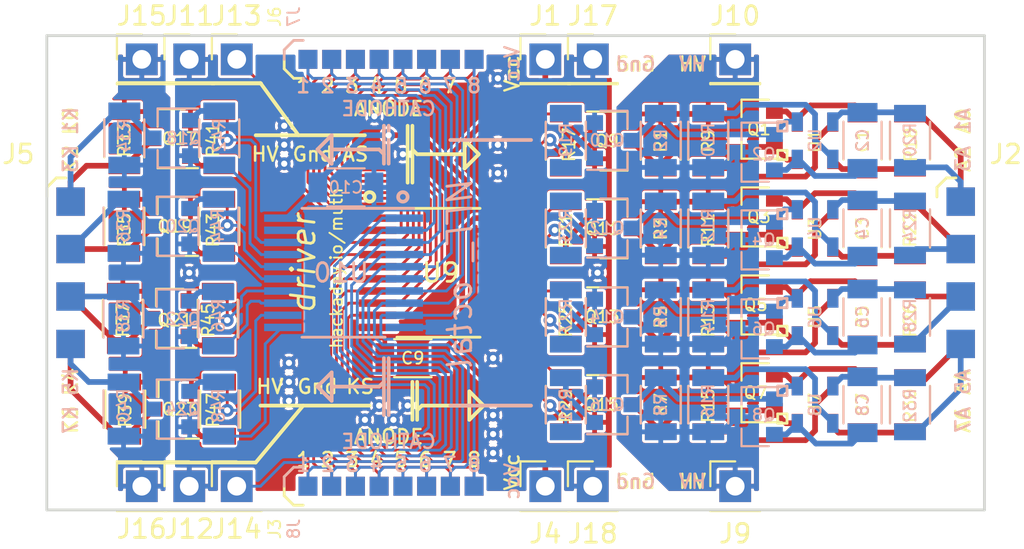
<source format=kicad_pcb>
(kicad_pcb (version 20221018) (generator pcbnew)
  (layers (0 "F.Cu" signal) (31 "B.Cu" signal) (36 "B.SilkS" user "B.Silkscreen") (37 "F.SilkS" user "F.Silkscreen") (38 "B.Mask" user) (39 "F.Mask" user) (44 "Edge.Cuts" user))
  (net 0 "")
  (net 1 "Net-(C1-Pad1)")
  (net 2 "Net-(C1-Pad2)")
  (net 3 "Net-(C2-Pad1)")
  (net 4 "Net-(C2-Pad2)")
  (net 5 "Net-(C3-Pad1)")
  (net 6 "Net-(C3-Pad2)")
  (net 7 "Net-(C4-Pad1)")
  (net 8 "Net-(C4-Pad2)")
  (net 9 "Net-(C5-Pad1)")
  (net 10 "Net-(C5-Pad2)")
  (net 11 "Net-(C6-Pad1)")
  (net 12 "Net-(C6-Pad2)")
  (net 13 "Net-(C7-Pad1)")
  (net 14 "Net-(C7-Pad2)")
  (net 15 "Net-(C8-Pad1)")
  (net 16 "Net-(C8-Pad2)")
  (net 17 "GND")
  (net 18 "VCC")
  (net 19 "Net-(Q1-Pad1)")
  (net 20 "HT")
  (net 21 "Net-(Q10-Pad3)")
  (net 22 "Net-(Q11-Pad3)")
  (net 23 "Net-(Q12-Pad3)")
  (net 24 "Net-(Q13-Pad3)")
  (net 25 "Net-(Q14-Pad3)")
  (net 26 "Net-(Q15-Pad3)")
  (net 27 "Net-(Q16-Pad3)")
  (net 28 "Net-(Q9-Pad1)")
  (net 29 "Net-(Q10-Pad1)")
  (net 30 "Net-(Q11-Pad1)")
  (net 31 "Net-(Q12-Pad1)")
  (net 32 "Net-(Q13-Pad1)")
  (net 33 "Net-(Q14-Pad1)")
  (net 34 "Net-(Q15-Pad1)")
  (net 35 "Net-(Q16-Pad1)")
  (net 36 "Net-(Q17-Pad1)")
  (net 37 "KO0")
  (net 38 "Net-(Q18-Pad1)")
  (net 39 "KO1")
  (net 40 "Net-(Q19-Pad1)")
  (net 41 "KO2")
  (net 42 "Net-(Q20-Pad1)")
  (net 43 "KO3")
  (net 44 "Net-(Q21-Pad1)")
  (net 45 "KO4")
  (net 46 "Net-(Q22-Pad1)")
  (net 47 "KO5")
  (net 48 "Net-(Q23-Pad1)")
  (net 49 "KO6")
  (net 50 "Net-(Q24-Pad1)")
  (net 51 "KO7")
  (net 52 "Net-(R9-Pad2)")
  (net 53 "Net-(R10-Pad2)")
  (net 54 "Net-(R11-Pad2)")
  (net 55 "Net-(R12-Pad2)")
  (net 56 "Net-(R13-Pad2)")
  (net 57 "Net-(R14-Pad2)")
  (net 58 "Net-(R15-Pad2)")
  (net 59 "Net-(R16-Pad2)")
  (net 60 "AI0")
  (net 61 "AO0")
  (net 62 "AI1")
  (net 63 "AO1")
  (net 64 "AI2")
  (net 65 "AO2")
  (net 66 "AI3")
  (net 67 "AO3")
  (net 68 "AI4")
  (net 69 "AO4")
  (net 70 "AI5")
  (net 71 "AO5")
  (net 72 "AI6")
  (net 73 "AO6")
  (net 74 "AI7")
  (net 75 "AO7")
  (net 76 "KI0")
  (net 77 "KI1")
  (net 78 "KI2")
  (net 79 "KI3")
  (net 80 "KI4")
  (net 81 "KI5")
  (net 82 "KI6")
  (net 83 "KI7")
  (net 84 "Net-(J3-Pad1)")
  (net 85 "Net-(J3-Pad2)")
  (net 86 "Net-(J3-Pad3)")
  (net 87 "Net-(J3-Pad4)")
  (net 88 "Net-(J3-Pad5)")
  (net 89 "Net-(J3-Pad6)")
  (net 90 "Net-(J3-Pad7)")
  (net 91 "Net-(J3-Pad8)")
  (net 92 "Net-(J7-Pad1)")
  (net 93 "Net-(J7-Pad3)")
  (net 94 "Net-(J7-Pad5)")
  (net 95 "Net-(J7-Pad7)")
  (net 96 "Net-(J7-Pad2)")
  (net 97 "Net-(J7-Pad4)")
  (net 98 "Net-(J7-Pad6)")
  (net 99 "Net-(J7-Pad8)")
  (net 100 "AS")
  (net 101 "KS")
  (footprint "Capacitors_SMD:C_1206" (layer "F.Cu") (at 234.142264 31.044356 90)
    (fp_text reference "C1")
    (fp_text value "1n")
  )
  (footprint "Capacitors_SMD:C_1206" (layer "F.Cu") (at 234.142264 35.743356 90)
    (fp_text reference "C3")
    (fp_text value "1n")
  )
  (footprint "Capacitors_SMD:C_1206" (layer "F.Cu") (at 234.142264 40.45855 90)
    (fp_text reference "C5")
    (fp_text value "1n")
  )
  (footprint "Capacitors_SMD:C_1206" (layer "F.Cu") (at 234.142264 45.15755 90)
    (fp_text reference "C7")
    (fp_text value "1n")
  )
  (footprint "Capacitors_SMD:C_1206" (layer "F.Cu") (at 210.082 42.672)
    (fp_text reference "C9")
    (fp_text value "100n")
  )
  (footprint "TO_SOT_Packages_SMD:SOT-23" (layer "F.Cu") (at 228.427264 30.409356 180)
    (fp_text reference "Q1")
    (fp_text value "Q_NPN_BEC")
  )
  (footprint "TO_SOT_Packages_SMD:SOT-23" (layer "F.Cu") (at 228.427264 35.108356 180)
    (fp_text reference "Q3")
    (fp_text value "Q_NPN_BEC")
  )
  (footprint "TO_SOT_Packages_SMD:SOT-23" (layer "F.Cu") (at 228.427264 39.82355 180)
    (fp_text reference "Q5")
    (fp_text value "Q_NPN_BEC")
  )
  (footprint "TO_SOT_Packages_SMD:SOT-23" (layer "F.Cu") (at 228.427264 44.52255 180)
    (fp_text reference "Q7")
    (fp_text value "Q_NPN_BEC")
  )
  (footprint "TO_SOT_Packages_SMD:SOT-23" (layer "F.Cu") (at 220.807264 31.044356)
    (fp_text reference "Q9")
    (fp_text value "Q_NPN_BEC")
  )
  (footprint "TO_SOT_Packages_SMD:SOT-23" (layer "F.Cu") (at 220.807264 35.743356)
    (fp_text reference "Q11")
    (fp_text value "Q_NPN_BEC")
  )
  (footprint "TO_SOT_Packages_SMD:SOT-23" (layer "F.Cu") (at 220.807264 40.45855)
    (fp_text reference "Q13")
    (fp_text value "Q_NPN_BEC")
  )
  (footprint "TO_SOT_Packages_SMD:SOT-23" (layer "F.Cu") (at 220.807264 45.15755)
    (fp_text reference "Q15")
    (fp_text value "Q_NPN_BEC")
  )
  (footprint "TO_SOT_Packages_SMD:SOT-23" (layer "F.Cu") (at 197.185264 30.917356 180)
    (fp_text reference "Q17")
    (fp_text value "Q_NPN_BEC")
  )
  (footprint "TO_SOT_Packages_SMD:SOT-23" (layer "F.Cu") (at 197.185264 35.616356 180)
    (fp_text reference "Q19")
    (fp_text value "Q_NPN_BEC")
  )
  (footprint "TO_SOT_Packages_SMD:SOT-23" (layer "F.Cu") (at 197.106148 40.541052 180)
    (fp_text reference "Q21")
    (fp_text value "Q_NPN_BEC")
  )
  (footprint "TO_SOT_Packages_SMD:SOT-23" (layer "F.Cu") (at 197.234398 45.40568 180)
    (fp_text reference "Q23")
    (fp_text value "Q_NPN_BEC")
  )
  (footprint "Resistors_SMD:R_1206" (layer "F.Cu") (at 223.347264 31.044356 -90)
    (fp_text reference "R1")
    (fp_text value "220K")
  )
  (footprint "Resistors_SMD:R_1206" (layer "F.Cu") (at 223.347264 35.743356 -90)
    (fp_text reference "R3")
    (fp_text value "220K")
  )
  (footprint "Resistors_SMD:R_1206" (layer "F.Cu") (at 223.347264 40.45855 -90)
    (fp_text reference "R5")
    (fp_text value "220K")
  )
  (footprint "Resistors_SMD:R_1206" (layer "F.Cu") (at 223.347264 45.15755 -90)
    (fp_text reference "R7")
    (fp_text value "220K")
  )
  (footprint "Resistors_SMD:R_1206" (layer "F.Cu") (at 225.887264 31.044356 -90)
    (fp_text reference "R9")
    (fp_text value "4.7K")
  )
  (footprint "Resistors_SMD:R_1206" (layer "F.Cu") (at 225.887264 35.743356 -90)
    (fp_text reference "R11")
    (fp_text value "4.7K")
  )
  (footprint "Resistors_SMD:R_1206" (layer "F.Cu") (at 225.887264 40.45855 -90)
    (fp_text reference "R13")
    (fp_text value "4.7K")
  )
  (footprint "Resistors_SMD:R_1206" (layer "F.Cu") (at 225.887264 45.15755 -90)
    (fp_text reference "R15")
    (fp_text value "4.7K")
  )
  (footprint "Resistors_SMD:R_1206" (layer "F.Cu") (at 218.267264 31.044356 90)
    (fp_text reference "R17")
    (fp_text value "10K")
  )
  (footprint "Resistors_SMD:R_1206" (layer "F.Cu") (at 236.682264 31.044356 -90)
    (fp_text reference "R18")
    (fp_text value "100K")
  )
  (footprint "Resistors_SMD:R_1206" (layer "F.Cu") (at 218.267264 35.743356 90)
    (fp_text reference "R21")
    (fp_text value "10K")
  )
  (footprint "Resistors_SMD:R_1206" (layer "F.Cu") (at 236.682264 35.743356 -90)
    (fp_text reference "R22")
    (fp_text value "100K")
  )
  (footprint "Resistors_SMD:R_1206" (layer "F.Cu") (at 218.267264 40.45855 90)
    (fp_text reference "R25")
    (fp_text value "10K")
  )
  (footprint "Resistors_SMD:R_1206" (layer "F.Cu") (at 236.682264 40.45855 -90)
    (fp_text reference "R26")
    (fp_text value "100K")
  )
  (footprint "Resistors_SMD:R_1206" (layer "F.Cu") (at 218.267264 45.15755 90)
    (fp_text reference "R29")
    (fp_text value "10K")
  )
  (footprint "Resistors_SMD:R_1206" (layer "F.Cu") (at 236.682264 45.15755 -90)
    (fp_text reference "R30")
    (fp_text value "100K")
  )
  (footprint "Resistors_SMD:R_1206" (layer "F.Cu") (at 194.645264 30.917356 -90)
    (fp_text reference "R33")
    (fp_text value "220K")
  )
  (footprint "Resistors_SMD:R_1206" (layer "F.Cu") (at 194.645264 35.616356 -90)
    (fp_text reference "R35")
    (fp_text value "220K")
  )
  (footprint "Resistors_SMD:R_1206" (layer "F.Cu") (at 194.566148 40.541052 -90)
    (fp_text reference "R37")
    (fp_text value "220K")
  )
  (footprint "Resistors_SMD:R_1206" (layer "F.Cu") (at 194.694398 45.40568 -90)
    (fp_text reference "R39")
    (fp_text value "220K")
  )
  (footprint "Resistors_SMD:R_1206" (layer "F.Cu") (at 199.725264 30.917356 90)
    (fp_text reference "R41")
    (fp_text value "10K")
  )
  (footprint "Resistors_SMD:R_1206" (layer "F.Cu") (at 199.725264 35.616356 90)
    (fp_text reference "R43")
    (fp_text value "10K")
  )
  (footprint "Resistors_SMD:R_1206" (layer "F.Cu") (at 199.646148 40.541052 90)
    (fp_text reference "R45")
    (fp_text value "10K")
  )
  (footprint "Resistors_SMD:R_1206" (layer "F.Cu") (at 199.774398 45.40568 90)
    (fp_text reference "R47")
    (fp_text value "10K")
  )
  (footprint "footprints:SOT-457" (layer "F.Cu") (at 231.602264 31.044356 90)
    (fp_text reference "U1")
    (fp_text value "DiodeArray")
  )
  (footprint "footprints:SOT-457" (layer "F.Cu") (at 231.602264 35.743356 90)
    (fp_text reference "U3")
    (fp_text value "DiodeArray")
  )
  (footprint "footprints:SOT-457" (layer "F.Cu") (at 231.602264 40.45855 90)
    (fp_text reference "U5")
    (fp_text value "DiodeArray")
  )
  (footprint "footprints:SOT-457" (layer "F.Cu") (at 231.602264 45.15755 90)
    (fp_text reference "U7")
    (fp_text value "DiodeArray")
  )
  (footprint "TSSOP-20_4.4x6.5mm_Pitch0.65mm_handsoldering" (layer "F.Cu") (at 211.455 38.1)
    (fp_text reference "U9")
    (fp_text value "74LS541")
  )
  (footprint "Pin_Headers:Pin_Header_Straight_1x01_Pitch2.54mm" (layer "F.Cu") (at 217.17 26.67)
    (fp_text reference "J1")
    (fp_text value "Conn_01x01")
  )
  (footprint "Pin_Headers:Pin_Header_Straight_1x01_Pitch2.54mm" (layer "F.Cu") (at 217.17 49.53)
    (fp_text reference "J4")
    (fp_text value "Conn_01x01")
  )
  (footprint "Pin_Headers:Pin_Header_Straight_1x01_Pitch2.54mm" (layer "F.Cu") (at 227.33 49.53)
    (fp_text reference "J9")
    (fp_text value "Conn_01x01")
  )
  (footprint "Pin_Headers:Pin_Header_Straight_1x01_Pitch2.54mm" (layer "F.Cu") (at 227.33 26.67)
    (fp_text reference "J10")
    (fp_text value "Conn_01x01")
  )
  (footprint "Pin_Headers:Pin_Header_Straight_1x01_Pitch2.54mm" (layer "F.Cu") (at 198.12 26.67)
    (fp_text reference "J11")
    (fp_text value "Conn_01x01")
  )
  (footprint "Pin_Headers:Pin_Header_Straight_1x01_Pitch2.54mm" (layer "F.Cu") (at 198.12 49.53)
    (fp_text reference "J12")
    (fp_text value "Conn_01x01")
  )
  (footprint "Pin_Headers:Pin_Header_Straight_1x01_Pitch2.54mm" (layer "F.Cu") (at 200.66 26.67)
    (fp_text reference "J13")
    (fp_text value "Conn_01x01")
  )
  (footprint "Pin_Headers:Pin_Header_Straight_1x01_Pitch2.54mm" (layer "F.Cu") (at 200.66 49.53)
    (fp_text reference "J14")
    (fp_text value "Conn_01x01")
  )
  (footprint "footprints:Pin_Header_21x04_Pitch2.54mm_SMD_2sides" (layer "F.Cu") (at 239.395 38.1)
    (fp_text reference "J2")
    (fp_text value "Conn_01x08")
  )
  (footprint "footprints:Pin_Header_21x04_Pitch2.54mm_SMD_2sides" (layer "F.Cu") (at 191.77 38.1)
    (fp_text reference "J5")
    (fp_text value "Conn_01x08")
  )
  (footprint "Pin_Headers:Pin_Header_Straight_1x01_Pitch2.54mm" (layer "F.Cu") (at 195.58 26.67)
    (fp_text reference "J15")
    (fp_text value "Conn_01x01")
  )
  (footprint "Pin_Headers:Pin_Header_Straight_1x01_Pitch2.54mm" (layer "F.Cu") (at 195.58 49.53)
    (fp_text reference "J16")
    (fp_text value "Conn_01x01")
  )
  (footprint "Pin_Headers:Pin_Header_Straight_1x01_Pitch2.54mm" (layer "F.Cu") (at 219.71 26.67)
    (fp_text reference "J17")
    (fp_text value "Conn_01x01")
  )
  (footprint "Pin_Headers:Pin_Header_Straight_1x01_Pitch2.54mm" (layer "F.Cu") (at 219.71 49.53)
    (fp_text reference "J18")
    (fp_text value "Conn_01x01")
  )
  (footprint "footprints:Pin_Header_1x08_Pitch1.27mm_SMD" (layer "F.Cu") (at 209.55 49.53 90)
    (fp_text reference "J3")
    (fp_text value "Conn_01x08")
  )
  (footprint "footprints:Pin_Header_1x08_Pitch1.27mm_SMD" (layer "F.Cu") (at 209.55 26.67 90)
    (fp_text reference "J6")
    (fp_text value "Conn_01x08")
  )
  (footprint "Mounting_Holes:MountingHole_2.2mm_M2" (layer "F.Cu") (at 192.405 27.305)
    (fp_text reference "REF**" hide)
    (fp_text value "MountingHole_2.2mm_M2")
  )
  (footprint "Mounting_Holes:MountingHole_2.2mm_M2" (layer "F.Cu") (at 238.76 27.305)
    (fp_text reference "REF**" hide)
    (fp_text value "MountingHole_2.2mm_M2")
  )
  (footprint "Mounting_Holes:MountingHole_2.2mm_M2" (layer "F.Cu") (at 238.76 48.895)
    (fp_text reference "REF**" hide)
    (fp_text value "MountingHole_2.2mm_M2")
  )
  (footprint "Mounting_Holes:MountingHole_2.2mm_M2" (layer "F.Cu") (at 192.405 48.895)
    (fp_text reference "REF**" hide)
    (fp_text value "MountingHole_2.2mm_M2")
  )
  (footprint "footprints:via" (layer "F.Cu") (at 203.454 44.958)
    (fp_text reference "J19" hide)
    (fp_text value "TEST_1P" hide)
  )
  (footprint "footprints:via" (layer "F.Cu") (at 203.454 43.942)
    (fp_text reference "J19" hide)
    (fp_text value "TEST_1P" hide)
  )
  (footprint "footprints:via" (layer "F.Cu") (at 203.454 42.926)
    (fp_text reference "J19" hide)
    (fp_text value "TEST_1P" hide)
  )
  (footprint "footprints:via" (layer "F.Cu") (at 208.28 45.212)
    (fp_text reference "J19" hide)
    (fp_text value "TEST_1P" hide)
  )
  (footprint "footprints:via" (layer "F.Cu") (at 209.804 45.212)
    (fp_text reference "J19" hide)
    (fp_text value "TEST_1P" hide)
  )
  (footprint "footprints:via" (layer "F.Cu") (at 209.042 45.974)
    (fp_text reference "J19" hide)
    (fp_text value "TEST_1P" hide)
  )
  (footprint "footprints:via" (layer "F.Cu") (at 198.12 38.1)
    (fp_text reference "J19" hide)
    (fp_text value "TEST_1P" hide)
  )
  (footprint "footprints:via" (layer "F.Cu") (at 203.2 32.258)
    (fp_text reference "J19" hide)
    (fp_text value "TEST_1P" hide)
  )
  (footprint "footprints:via" (layer "F.Cu") (at 203.2 31.242)
    (fp_text reference "J19" hide)
    (fp_text value "TEST_1P" hide)
  )
  (footprint "footprints:via" (layer "F.Cu") (at 203.2 30.226)
    (fp_text reference "J19" hide)
    (fp_text value "TEST_1P" hide)
  )
  (footprint "footprints:via" (layer "F.Cu") (at 208.026 29.718)
    (fp_text reference "J19" hide)
    (fp_text value "TEST_1P" hide)
  )
  (footprint "footprints:via" (layer "F.Cu") (at 209.55 31.75)
    (fp_text reference "J19" hide)
    (fp_text value "TEST_1P" hide)
  )
  (footprint "footprints:via" (layer "F.Cu") (at 214.63 27.686)
    (fp_text reference "J19" hide)
    (fp_text value "TEST_1P" hide)
  )
  (footprint "footprints:via" (layer "F.Cu") (at 214.63 31.242)
    (fp_text reference "J19" hide)
    (fp_text value "TEST_1P" hide)
  )
  (footprint "footprints:via" (layer "F.Cu") (at 214.63 32.766)
    (fp_text reference "J19" hide)
    (fp_text value "TEST_1P" hide)
  )
  (footprint "footprints:via" (layer "F.Cu") (at 219.964 38.1)
    (fp_text reference "J19" hide)
    (fp_text value "TEST_1P" hide)
  )
  (footprint "footprints:via" (layer "F.Cu") (at 214.376 42.672)
    (fp_text reference "J19" hide)
    (fp_text value "TEST_1P" hide)
  )
  (footprint "footprints:via" (layer "F.Cu") (at 214.376 45.72)
    (fp_text reference "J19" hide)
    (fp_text value "TEST_1P" hide)
  )
  (footprint "footprints:via" (layer "F.Cu") (at 214.376 46.736)
    (fp_text reference "J19" hide)
    (fp_text value "TEST_1P" hide)
  )
  (footprint "footprints:via" (layer "F.Cu") (at 214.376 47.752)
    (fp_text reference "J19" hide)
    (fp_text value "TEST_1P" hide)
  )
  (footprint "footprints:via" (layer "F.Cu") (at 207.518 45.974)
    (fp_text reference "J19" hide)
    (fp_text value "TEST_1P" hide)
  )
  (footprint "Capacitors_SMD:C_1206" (layer "B.Cu") (at 234.142264 31.006834 -90)
    (fp_text reference "C2")
    (fp_text value "1n")
  )
  (footprint "Capacitors_SMD:C_1206" (layer "B.Cu") (at 234.142264 35.705834 -90)
    (fp_text reference "C4")
    (fp_text value "1n")
  )
  (footprint "Capacitors_SMD:C_1206" (layer "B.Cu") (at 234.142264 40.469304 -90)
    (fp_text reference "C6")
    (fp_text value "1n")
  )
  (footprint "Capacitors_SMD:C_1206" (layer "B.Cu") (at 234.142264 45.168304 -90)
    (fp_text reference "C8")
    (fp_text value "1n")
  )
  (footprint "Capacitors_SMD:C_1206" (layer "B.Cu") (at 206.502 33.528 180)
    (fp_text reference "C10")
    (fp_text value "100n")
  )
  (footprint "TO_SOT_Packages_SMD:SOT-23" (layer "B.Cu") (at 228.427264 31.641834 180)
    (fp_text reference "Q2")
    (fp_text value "Q_NPN_BEC")
  )
  (footprint "TO_SOT_Packages_SMD:SOT-23" (layer "B.Cu") (at 228.427264 36.340834 180)
    (fp_text reference "Q4")
    (fp_text value "Q_NPN_BEC")
  )
  (footprint "TO_SOT_Packages_SMD:SOT-23" (layer "B.Cu") (at 228.427264 41.104304 180)
    (fp_text reference "Q6")
    (fp_text value "Q_NPN_BEC")
  )
  (footprint "TO_SOT_Packages_SMD:SOT-23" (layer "B.Cu") (at 228.427264 45.803304 180)
    (fp_text reference "Q8")
    (fp_text value "Q_NPN_BEC")
  )
  (footprint "TO_SOT_Packages_SMD:SOT-23" (layer "B.Cu") (at 220.807264 31.006834)
    (fp_text reference "Q10")
    (fp_text value "Q_NPN_BEC")
  )
  (footprint "TO_SOT_Packages_SMD:SOT-23" (layer "B.Cu") (at 220.807264 35.705834)
    (fp_text reference "Q12")
    (fp_text value "Q_NPN_BEC")
  )
  (footprint "TO_SOT_Packages_SMD:SOT-23" (layer "B.Cu") (at 220.807264 40.469304)
    (fp_text reference "Q14")
    (fp_text value "Q_NPN_BEC")
  )
  (footprint "TO_SOT_Packages_SMD:SOT-23" (layer "B.Cu") (at 220.807264 45.168304)
    (fp_text reference "Q16")
    (fp_text value "Q_NPN_BEC")
  )
  (footprint "TO_SOT_Packages_SMD:SOT-23" (layer "B.Cu") (at 197.185264 30.88161 180)
    (fp_text reference "Q18")
    (fp_text value "Q_NPN_BEC")
  )
  (footprint "TO_SOT_Packages_SMD:SOT-23" (layer "B.Cu") (at 197.141142 35.604852 180)
    (fp_text reference "Q20")
    (fp_text value "Q_NPN_BEC")
  )
  (footprint "TO_SOT_Packages_SMD:SOT-23" (layer "B.Cu") (at 197.139528 40.572712 180)
    (fp_text reference "Q22")
    (fp_text value "Q_NPN_BEC")
  )
  (footprint "TO_SOT_Packages_SMD:SOT-23" (layer "B.Cu") (at 197.143136 45.398672 180)
    (fp_text reference "Q24")
    (fp_text value "Q_NPN_BEC")
  )
  (footprint "Resistors_SMD:R_1206" (layer "B.Cu") (at 223.347264 31.006834 90)
    (fp_text reference "R2")
    (fp_text value "220K")
  )
  (footprint "Resistors_SMD:R_1206" (layer "B.Cu") (at 223.347264 35.705834 90)
    (fp_text reference "R4")
    (fp_text value "220K")
  )
  (footprint "Resistors_SMD:R_1206" (layer "B.Cu") (at 223.347264 40.469304 90)
    (fp_text reference "R6")
    (fp_text value "220K")
  )
  (footprint "Resistors_SMD:R_1206" (layer "B.Cu") (at 223.347264 45.168304 90)
    (fp_text reference "R8")
    (fp_text value "220K")
  )
  (footprint "Resistors_SMD:R_1206" (layer "B.Cu") (at 225.887264 31.006834 90)
    (fp_text reference "R10")
    (fp_text value "4.7K")
  )
  (footprint "Resistors_SMD:R_1206" (layer "B.Cu") (at 225.887264 35.705834 90)
    (fp_text reference "R12")
    (fp_text value "4.7K")
  )
  (footprint "Resistors_SMD:R_1206" (layer "B.Cu") (at 225.887264 40.469304 90)
    (fp_text reference "R14")
    (fp_text value "4.7K")
  )
  (footprint "Resistors_SMD:R_1206" (layer "B.Cu") (at 225.887264 45.168304 90)
    (fp_text reference "R16")
    (fp_text value "4.7K")
  )
  (footprint "Resistors_SMD:R_1206" (layer "B.Cu") (at 218.267264 31.006834 -90)
    (fp_text reference "R19")
    (fp_text value "10K")
  )
  (footprint "Resistors_SMD:R_1206" (layer "B.Cu") (at 236.682264 31.006834 90)
    (fp_text reference "R20")
    (fp_text value "100K")
  )
  (footprint "Resistors_SMD:R_1206" (layer "B.Cu") (at 218.267264 35.705834 -90)
    (fp_text reference "R23")
    (fp_text value "10K")
  )
  (footprint "Resistors_SMD:R_1206" (layer "B.Cu") (at 236.682264 35.705834 90)
    (fp_text reference "R24")
    (fp_text value "100K")
  )
  (footprint "Resistors_SMD:R_1206" (layer "B.Cu") (at 218.267264 40.469304 -90)
    (fp_text reference "R27")
    (fp_text value "10K")
  )
  (footprint "Resistors_SMD:R_1206" (layer "B.Cu") (at 236.682264 40.469304 90)
    (fp_text reference "R28")
    (fp_text value "100K")
  )
  (footprint "Resistors_SMD:R_1206" (layer "B.Cu") (at 218.267264 45.168304 -90)
    (fp_text reference "R31")
    (fp_text value "10K")
  )
  (footprint "Resistors_SMD:R_1206" (layer "B.Cu") (at 236.682264 45.168304 90)
    (fp_text reference "R32")
    (fp_text value "100K")
  )
  (footprint "Resistors_SMD:R_1206" (layer "B.Cu") (at 194.645264 30.88161 90)
    (fp_text reference "R34")
    (fp_text value "220K")
  )
  (footprint "Resistors_SMD:R_1206" (layer "B.Cu") (at 194.601142 35.604852 90)
    (fp_text reference "R36")
    (fp_text value "220K")
  )
  (footprint "Resistors_SMD:R_1206" (layer "B.Cu") (at 194.599528 40.572712 90)
    (fp_text reference "R38")
    (fp_text value "220K")
  )
  (footprint "Resistors_SMD:R_1206" (layer "B.Cu") (at 194.603136 45.398672 90)
    (fp_text reference "R40")
    (fp_text value "220K")
  )
  (footprint "Resistors_SMD:R_1206" (layer "B.Cu") (at 199.725264 30.88161 -90)
    (fp_text reference "R42")
    (fp_text value "10K")
  )
  (footprint "Resistors_SMD:R_1206" (layer "B.Cu") (at 199.681142 35.604852 -90)
    (fp_text reference "R44")
    (fp_text value "10K")
  )
  (footprint "Resistors_SMD:R_1206" (layer "B.Cu") (at 199.679528 40.572712 -90)
    (fp_text reference "R46")
    (fp_text value "10K")
  )
  (footprint "Resistors_SMD:R_1206" (layer "B.Cu") (at 199.683136 45.398672 -90)
    (fp_text reference "R48")
    (fp_text value "10K")
  )
  (footprint "footprints:SOT-457" (layer "B.Cu") (at 231.602264 31.006834 -90)
    (fp_text reference "U2")
    (fp_text value "DiodeArray")
  )
  (footprint "footprints:SOT-457" (layer "B.Cu") (at 231.602264 35.705834 -90)
    (fp_text reference "U4")
    (fp_text value "DiodeArray")
  )
  (footprint "footprints:SOT-457" (layer "B.Cu") (at 231.602264 40.469304 -90)
    (fp_text reference "U6")
    (fp_text value "DiodeArray")
  )
  (footprint "footprints:SOT-457" (layer "B.Cu") (at 231.602264 45.168304 -90)
    (fp_text reference "U8")
    (fp_text value "DiodeArray")
  )
  (footprint "footprints:TSSOP-20_4.4x6.5mm_Pitch0.65mm_handsoldering" (layer "B.Cu") (at 206.375 38.1 180)
    (fp_text reference "U10")
    (fp_text value "74LS541")
  )
  (footprint "footprints:Pin_Header_1x08_Pitch1.27mm_SMD" (layer "B.Cu") (at 209.55 26.67 -90)
    (fp_text reference "J7")
    (fp_text value "Conn_01x08")
  )
  (footprint "footprints:Pin_Header_1x08_Pitch1.27mm_SMD" (layer "B.Cu") (at 209.55 49.53 -90)
    (fp_text reference "J8")
    (fp_text value "Conn_01x08")
  )
  (gr_line (start 208.534 43.942) (end 208.28 44.196) (stroke (width 0.2)) (layer "B.SilkS"))
  (gr_line (start 208.788 42.672) (end 208.788 45.72) (stroke (width 0.2)) (layer "B.SilkS"))
  (gr_line (start 208.534 42.672) (end 208.534 43.942) (stroke (width 0.2)) (layer "B.SilkS"))
  (gr_line (start 208.28 44.196) (end 205.74 44.196) (stroke (width 0.2)) (layer "B.SilkS"))
  (gr_line (start 208.534 43.942) (end 208.534 45.72) (stroke (width 0.2)) (layer "B.SilkS"))
  (gr_line (start 204.978 44.196) (end 205.74 43.434) (stroke (width 0.2)) (layer "B.SilkS"))
  (gr_line (start 205.74 44.958) (end 204.978 44.196) (stroke (width 0.2)) (layer "B.SilkS"))
  (gr_line (start 205.74 43.434) (end 205.74 44.958) (stroke (width 0.2)) (layer "B.SilkS"))
  (gr_line (start 205.74 31.496) (end 205.74 30.734) (stroke (width 0.2)) (layer "B.SilkS"))
  (gr_line (start 208.28 31.496) (end 205.74 31.496) (stroke (width 0.2)) (layer "B.SilkS"))
  (gr_line (start 205.74 30.734) (end 204.978 31.496) (stroke (width 0.2)) (layer "B.SilkS"))
  (gr_line (start 208.788 30.226) (end 208.788 32.258) (stroke (width 0.2)) (layer "B.SilkS"))
  (gr_line (start 205.74 32.258) (end 205.74 31.496) (stroke (width 0.2)) (layer "B.SilkS"))
  (gr_line (start 204.978 31.496) (end 205.74 32.258) (stroke (width 0.2)) (layer "B.SilkS"))
  (gr_line (start 208.534 30.226) (end 208.534 32.258) (stroke (width 0.2)) (layer "B.SilkS"))
  (gr_line (start 208.534 31.75) (end 208.28 31.496) (stroke (width 0.2)) (layer "B.SilkS"))
  (gr_line (start 212.09 45.212) (end 216.408 45.212) (stroke (width 0.2)) (layer "B.SilkS"))
  (gr_circle (center 209.55 34.036) (end 209.55 34.29) (stroke (width 0.2)) (fill none) (layer "B.SilkS"))
  (gr_line (start 212.09 30.988) (end 216.408 30.988) (stroke (width 0.2)) (layer "B.SilkS"))
  (gr_line (start 212.852 32.512) (end 213.614 31.75) (stroke (width 0.2)) (layer "F.SilkS"))
  (gr_line (start 210.312 45.466) (end 210.566 45.212) (stroke (width 0.2)) (layer "F.SilkS"))
  (gr_line (start 212.852 30.988) (end 212.852 32.512) (stroke (width 0.2)) (layer "F.SilkS"))
  (gr_line (start 210.312 43.942) (end 210.312 45.974) (stroke (width 0.2)) (layer "F.SilkS"))
  (gr_line (start 201.676 48.26) (end 204.216 45.212) (stroke (width 0.2)) (layer "F.SilkS"))
  (gr_line (start 210.058 31.496) (end 210.312 31.75) (stroke (width 0.2)) (layer "F.SilkS"))
  (gr_line (start 213.614 31.75) (end 212.852 30.988) (stroke (width 0.2)) (layer "F.SilkS"))
  (gr_line (start 201.93 45.212) (end 207.772 45.212) (stroke (width 0.2)) (layer "F.SilkS"))
  (gr_line (start 210.058 43.942) (end 210.058 45.974) (stroke (width 0.2)) (layer "F.SilkS"))
  (gr_line (start 213.106 44.45) (end 213.868 45.212) (stroke (width 0.2)) (layer "F.SilkS"))
  (gr_line (start 194.31 27.94) (end 201.93 27.94) (stroke (width 0.2)) (layer "F.SilkS"))
  (gr_line (start 201.93 27.94) (end 203.962 30.734) (stroke (width 0.2)) (layer "F.SilkS"))
  (gr_line (start 209.804 30.226) (end 209.804 33.274) (stroke (width 0.2)) (layer "F.SilkS"))
  (gr_line (start 213.868 45.212) (end 213.106 45.974) (stroke (width 0.2)) (layer "F.SilkS"))
  (gr_line (start 213.106 45.212) (end 213.106 44.45) (stroke (width 0.2)) (layer "F.SilkS"))
  (gr_line (start 210.058 31.496) (end 210.058 33.274) (stroke (width 0.2)) (layer "F.SilkS"))
  (gr_line (start 213.106 45.974) (end 213.106 45.212) (stroke (width 0.2)) (layer "F.SilkS"))
  (gr_line (start 210.312 31.75) (end 212.852 31.75) (stroke (width 0.2)) (layer "F.SilkS"))
  (gr_line (start 194.31 48.26) (end 201.676 48.26) (stroke (width 0.2)) (layer "F.SilkS"))
  (gr_line (start 201.676 30.734) (end 207.518 30.734) (stroke (width 0.2)) (layer "F.SilkS"))
  (gr_line (start 210.566 45.212) (end 213.106 45.212) (stroke (width 0.2)) (layer "F.SilkS"))
  (gr_line (start 210.058 30.226) (end 210.058 31.496) (stroke (width 0.2)) (layer "F.SilkS"))
  (gr_circle (center 207.772 34.036) (end 208.026 34.036) (stroke (width 0.2)) (fill none) (layer "F.SilkS"))
  (gr_line (start 190.5 25.4) (end 240.665 25.4) (stroke (width 0.15)) (layer "Edge.Cuts"))
  (gr_line (start 240.665 25.4) (end 240.665 50.8) (stroke (width 0.15)) (layer "Edge.Cuts"))
  (gr_line (start 240.665 50.8) (end 190.5 50.8) (stroke (width 0.15)) (layer "Edge.Cuts"))
  (gr_line (start 190.5 50.8) (end 190.5 25.4) (stroke (width 0.15)) (layer "Edge.Cuts"))
  (gr_text "HV" (at 225.044 49.276) (layer "B.SilkS") (effects (font (size 0.762 0.762) (thickness 0.127)) (justify mirror)))
  (gr_text "HV" (at 225.044 26.924) (layer "B.SilkS") (effects (font (size 0.762 0.762) (thickness 0.127)) (justify mirror)))
  (gr_text "Vcc" (at 215.392 26.924 90) (layer "B.SilkS") (effects (font (size 0.762 0.762) (thickness 0.127)) (justify mirror)))
  (gr_text "Gnd" (at 221.996 26.924) (layer "B.SilkS") (effects (font (size 0.762 0.762) (thickness 0.127)) (justify mirror)))
  (gr_text "Gnd" (at 221.996 49.276) (layer "B.SilkS") (effects (font (size 0.762 0.762) (thickness 0.127)) (justify mirror)))
  (gr_text "Vcc" (at 215.392 49.276 90) (layer "B.SilkS") (effects (font (size 0.762 0.762) (thickness 0.127)) (justify mirror)))
  (gr_text "K7" (at 191.77 45.974 90) (layer "B.SilkS") (effects (font (size 0.762 0.762) (thickness 0.127)) (justify mirror)))
  (gr_text "K5" (at 191.77 43.942 90) (layer "B.SilkS") (effects (font (size 0.762 0.762) (thickness 0.127)) (justify mirror)))
  (gr_text "K3" (at 191.77 32.004 90) (layer "B.SilkS") (effects (font (size 0.762 0.762) (thickness 0.127)) (justify mirror)))
  (gr_text "K1" (at 191.77 29.972 90) (layer "B.SilkS") (effects (font (size 0.762 0.762) (thickness 0.127)) (justify mirror)))
  (gr_text "A1" (at 239.522 29.972 90) (layer "B.SilkS") (effects (font (size 0.762 0.762) (thickness 0.127)) (justify mirror)))
  (gr_text "A3" (at 239.522 32.004 90) (layer "B.SilkS") (effects (font (size 0.762 0.762) (thickness 0.127)) (justify mirror)))
  (gr_text "A5" (at 239.522 43.942 90) (layer "B.SilkS") (effects (font (size 0.762 0.762) (thickness 0.127)) (justify mirror)))
  (gr_text "A7" (at 239.522 45.974 90) (layer "B.SilkS") (effects (font (size 0.762 0.762) (thickness 0.127)) (justify mirror)))
  (gr_text "8 7 6 5 4 3 2 1\nCATHODE" (at 208.788 28.702) (layer "B.SilkS") (effects (font (size 0.762 0.762) (thickness 0.127)) (justify mirror)))
  (gr_text "CATHODE\n8 7 6 5 4 3 2 1" (at 208.788 47.752) (layer "B.SilkS") (effects (font (size 0.762 0.762) (thickness 0.127)) (justify mirror)))
  (gr_text "ИГГ_ octal " (at 212.598 38.608 90) (layer "B.SilkS") (effects (font (size 1.27 1.27) (thickness 0.1524) italic) (justify mirror)))
  (gr_text "HV" (at 225.044 26.924) (layer "F.SilkS") (effects (font (size 0.762 0.762) (thickness 0.127))))
  (gr_text "HV" (at 225.044 49.276) (layer "F.SilkS") (effects (font (size 0.762 0.762) (thickness 0.127))))
  (gr_text "HV" (at 202.184 31.75) (layer "F.SilkS") (effects (font (size 0.762 0.762) (thickness 0.127))))
  (gr_text "Gnd" (at 204.724 31.75) (layer "F.SilkS") (effects (font (size 0.762 0.762) (thickness 0.127))))
  (gr_text "AS" (at 207.01 31.75) (layer "F.SilkS") (effects (font (size 0.762 0.762) (thickness 0.127))))
  (gr_text "HV" (at 202.438 44.196) (layer "F.SilkS") (effects (font (size 0.762 0.762) (thickness 0.127))))
  (gr_text "Gnd" (at 204.978 44.196) (layer "F.SilkS") (effects (font (size 0.762 0.762) (thickness 0.127))))
  (gr_text "KS" (at 207.264 44.196) (layer "F.SilkS") (effects (font (size 0.762 0.762) (thickness 0.127))))
  (gr_text "K2" (at 191.77 32.004 90) (layer "F.SilkS") (effects (font (size 0.762 0.762) (thickness 0.127))))
  (gr_text "K0" (at 191.77 29.972 90) (layer "F.SilkS") (effects (font (size 0.762 0.762) (thickness 0.127))))
  (gr_text "K4" (at 191.77 43.942 90) (layer "F.SilkS") (effects (font (size 0.762 0.762) (thickness 0.127))))
  (gr_text "K6" (at 191.77 45.974 90) (layer "F.SilkS") (effects (font (size 0.762 0.762) (thickness 0.127))))
  (gr_text "A0" (at 239.522 29.972 90) (layer "F.SilkS") (effects (font (size 0.762 0.762) (thickness 0.127))))
  (gr_text "A2" (at 239.522 32.004 90) (layer "F.SilkS") (effects (font (size 0.762 0.762) (thickness 0.127))))
  (gr_text "A4" (at 239.522 43.942 90) (layer "F.SilkS") (effects (font (size 0.762 0.762) (thickness 0.127))))
  (gr_text "A6" (at 239.522 45.974 90) (layer "F.SilkS") (effects (font (size 0.762 0.762) (thickness 0.127))))
  (gr_text "hackaday.io/muth" (at 205.994 37.846 90) (layer "F.SilkS") (effects (font (size 0.635 0.635) (thickness 0.1016))))
  (gr_text "ANODE\n1 2 3 4 5 6 7 8" (at 208.788 47.498) (layer "F.SilkS") (effects (font (size 0.762 0.762) (thickness 0.127))))
  (gr_text "Gnd" (at 221.996 49.276) (layer "F.SilkS") (effects (font (size 0.762 0.762) (thickness 0.127))))
  (gr_text "Gnd" (at 221.996 26.924) (layer "F.SilkS") (effects (font (size 0.762 0.762) (thickness 0.127))))
  (gr_text "Vcc" (at 215.392 48.768 90) (layer "F.SilkS") (effects (font (size 0.762 0.762) (thickness 0.127))))
  (gr_text "Vcc" (at 215.392 27.432 90) (layer "F.SilkS") (effects (font (size 0.762 0.762) (thickness 0.127))))
  (gr_text "1 2 3 4 5 6 7 8\nANODE" (at 208.788 28.702) (layer "F.SilkS") (effects (font (size 0.762 0.762) (thickness 0.127))))
  (gr_text "driver" (at 204.216 37.592 90) (layer "F.SilkS") (effects (font (size 1.27 1.27) (thickness 0.1524) italic)))
  (segment (start 236.632264 32.544356) (end 236.682264 32.494356) (width 0.3048) (layer "F.Cu") (net 1))
  (segment (start 233.052264 32.544356) (end 232.552264 32.044356) (width 0.3048) (layer "F.Cu") (net 1))
  (segment (start 234.142264 32.544356) (end 236.632264 32.544356) (width 0.3048) (layer "F.Cu") (net 1))
  (segment (start 234.142264 32.544356) (end 233.052264 32.544356) (width 0.3048) (layer "F.Cu") (net 1))
  (segment (start 230.652264 30.044356) (end 230.652264 29.844356) (width 0.3048) (layer "F.Cu") (net 2))
  (segment (start 229.427264 29.459356) (end 230.067264 29.459356) (width 0.3048) (layer "F.Cu") (net 2))
  (segment (start 230.067264 29.459356) (end 230.652264 30.044356) (width 0.3048) (layer "F.Cu") (net 2))
  (segment (start 231.357264 29.139356) (end 233.737264 29.139356) (width 0.3048) (layer "F.Cu") (net 2))
  (segment (start 230.652264 29.844356) (end 231.357264 29.139356) (width 0.3048) (layer "F.Cu") (net 2))
  (segment (start 233.737264 29.139356) (end 234.142264 29.544356) (width 0.3048) (layer "F.Cu") (net 2))
  (segment (start 234.142264 29.506834) (end 236.632264 29.506834) (width 0.3048) (layer "B.Cu") (net 3))
  (segment (start 233.037464 29.506834) (end 234.142264 29.506834) (width 0.3048) (layer "B.Cu") (net 3))
  (segment (start 232.602264 30.006834) (end 232.602264 29.942034) (width 0.3048) (layer "B.Cu") (net 3))
  (segment (start 232.552264 30.006834) (end 232.602264 30.006834) (width 0.3048) (layer "B.Cu") (net 3))
  (segment (start 232.602264 29.942034) (end 233.037464 29.506834) (width 0.3048) (layer "B.Cu") (net 3))
  (segment (start 236.632264 29.506834) (end 236.682264 29.556834) (width 0.3048) (layer "B.Cu") (net 3))
  (segment (start 233.737264 32.911834) (end 234.142264 32.506834) (width 0.3048) (layer "B.Cu") (net 4))
  (segment (start 231.602264 32.911834) (end 233.737264 32.911834) (width 0.3048) (layer "B.Cu") (net 4))
  (segment (start 229.427264 32.591834) (end 230.067264 32.591834) (width 0.3048) (layer "B.Cu") (net 4))
  (segment (start 230.067264 32.591834) (end 230.652264 32.006834) (width 0.3048) (layer "B.Cu") (net 4))
  (segment (start 230.697264 32.006834) (end 231.602264 32.911834) (width 0.3048) (layer "B.Cu") (net 4))
  (segment (start 230.652264 32.006834) (end 230.697264 32.006834) (width 0.3048) (layer "B.Cu") (net 4))
  (segment (start 236.682264 37.193356) (end 234.192264 37.193356) (width 0.3048) (layer "F.Cu") (net 5))
  (segment (start 234.192264 37.193356) (end 234.142264 37.243356) (width 0.3048) (layer "F.Cu") (net 5))
  (segment (start 234.142264 37.243356) (end 233.052264 37.243356) (width 0.3048) (layer "F.Cu") (net 5))
  (segment (start 233.052264 37.243356) (end 232.552264 36.743356) (width 0.3048) (layer "F.Cu") (net 5))
  (segment (start 230.697264 34.743356) (end 231.602264 33.838356) (width 0.3048) (layer "F.Cu") (net 6))
  (segment (start 230.067264 34.158356) (end 230.652264 34.743356) (width 0.3048) (layer "F.Cu") (net 6))
  (segment (start 229.427264 34.158356) (end 230.067264 34.158356) (width 0.3048) (layer "F.Cu") (net 6))
  (segment (start 231.602264 33.838356) (end 233.737264 33.838356) (width 0.3048) (layer "F.Cu") (net 6))
  (segment (start 233.737264 33.838356) (end 234.142264 34.243356) (width 0.3048) (layer "F.Cu") (net 6))
  (segment (start 230.652264 34.743356) (end 230.697264 34.743356) (width 0.3048) (layer "F.Cu") (net 6))
  (segment (start 236.682264 34.255834) (end 234.192264 34.255834) (width 0.3048) (layer "B.Cu") (net 7))
  (segment (start 233.052264 34.205834) (end 232.552264 34.705834) (width 0.3048) (layer "B.Cu") (net 7))
  (segment (start 234.142264 34.205834) (end 233.052264 34.205834) (width 0.3048) (layer "B.Cu") (net 7))
  (segment (start 234.192264 34.255834) (end 234.142264 34.205834) (width 0.3048) (layer "B.Cu") (net 7))
  (segment (start 230.067264 37.290834) (end 230.652264 36.705834) (width 0.3048) (layer "B.Cu") (net 8))
  (segment (start 231.602264 37.610834) (end 230.697264 36.705834) (width 0.3048) (layer "B.Cu") (net 8))
  (segment (start 234.142264 37.205834) (end 233.737264 37.610834) (width 0.3048) (layer "B.Cu") (net 8))
  (segment (start 229.427264 37.290834) (end 230.067264 37.290834) (width 0.3048) (layer "B.Cu") (net 8))
  (segment (start 231.602264 37.610834) (end 233.737264 37.610834) (width 0.3048) (layer "B.Cu") (net 8))
  (segment (start 230.697264 36.705834) (end 230.652264 36.705834) (width 0.3048) (layer "B.Cu") (net 8))
  (segment (start 233.037464 41.95855) (end 234.142264 41.95855) (width 0.3048) (layer "F.Cu") (net 9))
  (segment (start 232.602264 41.45855) (end 232.602264 41.52335) (width 0.3048) (layer "F.Cu") (net 9))
  (segment (start 236.632264 41.95855) (end 236.682264 41.90855) (width 0.3048) (layer "F.Cu") (net 9))
  (segment (start 234.142264 41.95855) (end 236.632264 41.95855) (width 0.3048) (layer "F.Cu") (net 9))
  (segment (start 232.552264 41.45855) (end 232.602264 41.45855) (width 0.3048) (layer "F.Cu") (net 9))
  (segment (start 232.602264 41.52335) (end 233.037464 41.95855) (width 0.3048) (layer "F.Cu") (net 9))
  (segment (start 234.142264 38.95855) (end 233.737264 38.55355) (width 0.3048) (layer "F.Cu") (net 10))
  (segment (start 233.737264 38.55355) (end 231.357264 38.55355) (width 0.3048) (layer "F.Cu") (net 10))
  (segment (start 230.652264 39.25855) (end 230.652264 39.45855) (width 0.3048) (layer "F.Cu") (net 10))
  (segment (start 229.427264 38.87355) (end 230.067264 38.87355) (width 0.3048) (layer "F.Cu") (net 10))
  (segment (start 231.357264 38.55355) (end 230.652264 39.25855) (width 0.3048) (layer "F.Cu") (net 10))
  (segment (start 230.067264 38.87355) (end 230.652264 39.45855) (width 0.3048) (layer "F.Cu") (net 10))
  (segment (start 233.037464 38.969304) (end 234.142264 38.969304) (width 0.3048) (layer "B.Cu") (net 11))
  (segment (start 232.602264 39.469304) (end 232.602264 39.404504) (width 0.3048) (layer "B.Cu") (net 11))
  (segment (start 236.632264 38.969304) (end 236.682264 39.019304) (width 0.3048) (layer "B.Cu") (net 11))
  (segment (start 234.142264 38.969304) (end 236.632264 38.969304) (width 0.3048) (layer "B.Cu") (net 11))
  (segment (start 232.552264 39.469304) (end 232.602264 39.469304) (width 0.3048) (layer "B.Cu") (net 11))
  (segment (start 232.602264 39.404504) (end 233.037464 38.969304) (width 0.3048) (layer "B.Cu") (net 11))
  (segment (start 230.697264 41.469304) (end 231.602264 42.374304) (width 0.3048) (layer "B.Cu") (net 12))
  (segment (start 231.602264 42.374304) (end 233.737264 42.374304) (width 0.3048) (layer "B.Cu") (net 12))
  (segment (start 229.427264 42.054304) (end 230.067264 42.054304) (width 0.3048) (layer "B.Cu") (net 12))
  (segment (start 233.737264 42.374304) (end 234.142264 41.969304) (width 0.3048) (layer "B.Cu") (net 12))
  (segment (start 230.067264 42.054304) (end 230.652264 41.469304) (width 0.3048) (layer "B.Cu") (net 12))
  (segment (start 230.652264 41.469304) (end 230.697264 41.469304) (width 0.3048) (layer "B.Cu") (net 12))
  (segment (start 232.552264 46.15755) (end 232.552264 46.35755) (width 0.3048) (layer "F.Cu") (net 13))
  (segment (start 232.552264 46.35755) (end 232.852264 46.65755) (width 0.3048) (layer "F.Cu") (net 13))
  (segment (start 236.632264 46.65755) (end 236.682264 46.60755) (width 0.3048) (layer "F.Cu") (net 13))
  (segment (start 234.142264 46.65755) (end 236.632264 46.65755) (width 0.3048) (layer "F.Cu") (net 13))
  (segment (start 232.852264 46.65755) (end 234.142264 46.65755) (width 0.3048) (layer "F.Cu") (net 13))
  (segment (start 229.427264 43.57255) (end 230.067264 43.57255) (width 0.3048) (layer "F.Cu") (net 14))
  (segment (start 233.737264 43.25255) (end 231.357264 43.25255) (width 0.3048) (layer "F.Cu") (net 14))
  (segment (start 230.652264 43.95755) (end 230.652264 44.15755) (width 0.3048) (layer "F.Cu") (net 14))
  (segment (start 230.067264 43.57255) (end 230.652264 44.15755) (width 0.3048) (layer "F.Cu") (net 14))
  (segment (start 231.357264 43.25255) (end 230.652264 43.95755) (width 0.3048) (layer "F.Cu") (net 14))
  (segment (start 234.142264 43.65755) (end 233.737264 43.25255) (width 0.3048) (layer "F.Cu") (net 14))
  (segment (start 233.052264 43.668304) (end 232.552264 44.168304) (width 0.3048) (layer "B.Cu") (net 15))
  (segment (start 236.682264 43.718304) (end 234.192264 43.718304) (width 0.3048) (layer "B.Cu") (net 15))
  (segment (start 234.142264 43.668304) (end 233.052264 43.668304) (width 0.3048) (layer "B.Cu") (net 15))
  (segment (start 234.192264 43.718304) (end 234.142264 43.668304) (width 0.3048) (layer "B.Cu") (net 15))
  (segment (start 230.067264 46.753304) (end 230.652264 46.168304) (width 0.3048) (layer "B.Cu") (net 16))
  (segment (start 231.648 47.244) (end 233.566568 47.244) (width 0.3048) (layer "B.Cu") (net 16))
  (segment (start 230.652264 46.248264) (end 231.648 47.244) (width 0.3048) (layer "B.Cu") (net 16))
  (segment (start 229.427264 46.753304) (end 230.067264 46.753304) (width 0.3048) (layer "B.Cu") (net 16))
  (segment (start 233.566568 47.244) (end 234.142264 46.668304) (width 0.3048) (layer "B.Cu") (net 16))
  (segment (start 230.652264 46.168304) (end 230.652264 46.248264) (width 0.3048) (layer "B.Cu") (net 16))
  (segment (start 203.425 35.825) (end 204.4548 35.825) (width 0.3048) (layer "B.Cu") (net 17))
  (segment (start 208.002 33.828) (end 208.002 33.528) (width 0.3048) (layer "B.Cu") (net 17))
  (segment (start 205.3548 34.925) (end 206.905 34.925) (width 0.3048) (layer "B.Cu") (net 17))
  (segment (start 204.4548 35.825) (end 205.3548 34.925) (width 0.3048) (layer "B.Cu") (net 17))
  (segment (start 217.17 49.53) (end 217.17 48.3752) (width 0.3048) (layer "F.Cu") (net 18))
  (segment (start 208.788 30.734) (end 210.4938 30.734) (width 0.3048) (layer "F.Cu") (net 18))
  (segment (start 215.4642 28.448) (end 211.836 32.0762) (width 0.3048) (layer "F.Cu") (net 18))
  (segment (start 217.17 27.94) (end 216.662 28.448) (width 0.3048) (layer "F.Cu") (net 18))
  (segment (start 211.836 32.0762) (end 214.405 34.6452) (width 0.3048) (layer "F.Cu") (net 18))
  (segment (start 216.662 28.448) (end 215.4642 28.448) (width 0.3048) (layer "F.Cu") (net 18))
  (segment (start 211.582 42.372) (end 211.582 42.672) (width 0.3048) (layer "F.Cu") (net 18))
  (segment (start 210.4938 30.734) (end 211.836 32.0762) (width 0.3048) (layer "F.Cu") (net 18))
  (segment (start 212.782 42.672) (end 211.582 42.672) (width 0.3048) (layer "F.Cu") (net 18))
  (segment (start 214.405 34.6452) (end 214.405 35.175) (width 0.3048) (layer "F.Cu") (net 18))
  (segment (start 212.725 35.8252) (end 212.725 41.229) (width 0.3048) (layer "F.Cu") (net 18))
  (segment (start 214.405 35.175) (end 213.3752 35.175) (width 0.3048) (layer "F.Cu") (net 18))
  (segment (start 215.9 47.1052) (end 215.9 45.79) (width 0.3048) (layer "F.Cu") (net 18))
  (segment (start 217.17 26.67) (end 217.17 27.94) (width 0.3048) (layer "F.Cu") (net 18))
  (segment (start 213.3752 35.175) (end 212.725 35.8252) (width 0.3048) (layer "F.Cu") (net 18))
  (segment (start 217.17 48.3752) (end 215.9 47.1052) (width 0.3048) (layer "F.Cu") (net 18))
  (segment (start 212.725 41.229) (end 211.582 42.372) (width 0.3048) (layer "F.Cu") (net 18))
  (segment (start 215.9 45.79) (end 212.782 42.672) (width 0.3048) (layer "F.Cu") (net 18))
  (via (at 208.788 30.734) (size 0.6858) (drill 0.3302) (layers "F.Cu" "B.Cu") (net 18))
  (segment (start 205.002 33.528) (end 205.002 33.228) (width 0.3048) (layer "B.Cu") (net 18))
  (segment (start 206.502 31.75) (end 207.518 30.734) (width 0.3048) (layer "B.Cu") (net 18))
  (segment (start 207.518 30.734) (end 208.788 30.734) (width 0.3048) (layer "B.Cu") (net 18))
  (segment (start 206.48 31.75) (end 206.502 31.75) (width 0.3048) (layer "B.Cu") (net 18))
  (segment (start 203.425 35.175) (end 203.425 35.105) (width 0.3048) (layer "B.Cu") (net 18))
  (segment (start 205.002 33.228) (end 206.48 31.75) (width 0.3048) (layer "B.Cu") (net 18))
  (segment (start 203.425 35.105) (end 205.002 33.528) (width 0.3048) (layer "B.Cu") (net 18))
  (segment (start 223.257264 32.494356) (end 221.807264 31.044356) (width 0.3048) (layer "F.Cu") (net 19))
  (segment (start 224.302264 31.359356) (end 223.347264 32.314356) (width 0.3048) (layer "F.Cu") (net 19))
  (segment (start 229.427264 31.359356) (end 224.302264 31.359356) (width 0.3048) (layer "F.Cu") (net 19))
  (segment (start 230.112264 32.044356) (end 229.427264 31.359356) (width 0.3048) (layer "F.Cu") (net 19))
  (segment (start 223.347264 32.494356) (end 223.257264 32.494356) (width 0.3048) (layer "F.Cu") (net 19))
  (segment (start 230.652264 32.044356) (end 230.112264 32.044356) (width 0.3048) (layer "F.Cu") (net 19))
  (segment (start 223.347264 32.314356) (end 223.347264 32.494356) (width 0.3048) (layer "F.Cu") (net 19))
  (segment (start 225.887264 43.70755) (end 226.612264 43.70755) (width 0.3048) (layer "F.Cu") (net 20))
  (segment (start 223.347264 39.00855) (end 225.887264 39.00855) (width 0.3048) (layer "F.Cu") (net 20))
  (segment (start 226.612264 29.594356) (end 227.427264 30.409356) (width 0.3048) (layer "F.Cu") (net 20))
  (segment (start 226.612264 39.00855) (end 227.427264 39.82355) (width 0.3048) (layer "F.Cu") (net 20))
  (segment (start 226.612264 34.293356) (end 227.427264 35.108356) (width 0.3048) (layer "F.Cu") (net 20))
  (segment (start 223.347264 34.293356) (end 225.887264 34.293356) (width 0.3048) (layer "F.Cu") (net 20))
  (segment (start 226.612264 43.70755) (end 227.427264 44.52255) (width 0.3048) (layer "F.Cu") (net 20))
  (segment (start 223.347264 43.70755) (end 225.887264 43.70755) (width 0.3048) (layer "F.Cu") (net 20))
  (segment (start 225.887264 34.293356) (end 226.612264 34.293356) (width 0.3048) (layer "F.Cu") (net 20))
  (segment (start 225.887264 29.594356) (end 226.612264 29.594356) (width 0.3048) (layer "F.Cu") (net 20))
  (segment (start 225.887264 39.00855) (end 226.612264 39.00855) (width 0.3048) (layer "F.Cu") (net 20))
  (segment (start 225.887264 29.594356) (end 223.347264 29.594356) (width 0.3048) (layer "F.Cu") (net 20))
  (segment (start 223.347264 41.919304) (end 225.887264 41.919304) (width 0.3048) (layer "B.Cu") (net 20))
  (segment (start 226.612264 32.456834) (end 227.427264 31.641834) (width 0.3048) (layer "B.Cu") (net 20))
  (segment (start 226.612264 41.919304) (end 227.427264 41.104304) (width 0.3048) (layer "B.Cu") (net 20))
  (segment (start 223.347264 32.456834) (end 225.887264 32.456834) (width 0.3048) (layer "B.Cu") (net 20))
  (segment (start 223.347264 37.155834) (end 225.887264 37.155834) (width 0.3048) (layer "B.Cu") (net 20))
  (segment (start 226.612264 46.618304) (end 227.427264 45.803304) (width 0.3048) (layer "B.Cu") (net 20))
  (segment (start 226.612264 37.155834) (end 227.427264 36.340834) (width 0.3048) (layer "B.Cu") (net 20))
  (segment (start 225.887264 32.456834) (end 226.612264 32.456834) (width 0.3048) (layer "B.Cu") (net 20))
  (segment (start 225.887264 37.155834) (end 226.612264 37.155834) (width 0.3048) (layer "B.Cu") (net 20))
  (segment (start 225.887264 41.919304) (end 226.612264 41.919304) (width 0.3048) (layer "B.Cu") (net 20))
  (segment (start 225.887264 46.618304) (end 223.347264 46.618304) (width 0.3048) (layer "B.Cu") (net 20))
  (segment (start 225.887264 46.618304) (end 226.612264 46.618304) (width 0.3048) (layer "B.Cu") (net 20))
  (segment (start 229.427264 30.691834) (end 229.427264 30.627034) (width 0.3048) (layer "B.Cu") (net 21))
  (segment (start 229.427264 30.691834) (end 224.302264 30.691834) (width 0.3048) (layer "B.Cu") (net 21))
  (segment (start 224.302264 30.691834) (end 223.347264 29.736834) (width 0.3048) (layer "B.Cu") (net 21))
  (segment (start 229.427264 30.627034) (end 230.047464 30.006834) (width 0.3048) (layer "B.Cu") (net 21))
  (segment (start 221.807264 31.006834) (end 221.897264 31.006834) (width 0.3048) (layer "B.Cu") (net 21))
  (segment (start 230.047464 30.006834) (end 230.652264 30.006834) (width 0.3048) (layer "B.Cu") (net 21))
  (segment (start 223.347264 29.736834) (end 223.347264 29.556834) (width 0.3048) (layer "B.Cu") (net 21))
  (segment (start 221.897264 31.006834) (end 223.347264 29.556834) (width 0.3048) (layer "B.Cu") (net 21))
  (segment (start 223.347264 37.013356) (end 223.347264 37.193356) (width 0.3048) (layer "F.Cu") (net 22))
  (segment (start 223.982264 36.373356) (end 223.982264 36.378356) (width 0.3048) (layer "F.Cu") (net 22))
  (segment (start 221.897264 35.743356) (end 223.347264 37.193356) (width 0.3048) (layer "F.Cu") (net 22))
  (segment (start 221.807264 35.743356) (end 221.897264 35.743356) (width 0.3048) (layer "F.Cu") (net 22))
  (segment (start 223.982264 36.378356) (end 223.347264 37.013356) (width 0.3048) (layer "F.Cu") (net 22))
  (segment (start 230.652264 36.743356) (end 230.112264 36.743356) (width 0.3048) (layer "F.Cu") (net 22))
  (segment (start 229.427264 36.058356) (end 224.297264 36.058356) (width 0.3048) (layer "F.Cu") (net 22))
  (segment (start 224.297264 36.058356) (end 223.982264 36.373356) (width 0.3048) (layer "F.Cu") (net 22))
  (segment (start 230.112264 36.743356) (end 229.427264 36.058356) (width 0.3048) (layer "F.Cu") (net 22))
  (segment (start 224.297264 35.390834) (end 223.982264 35.075834) (width 0.3048) (layer "B.Cu") (net 23))
  (segment (start 221.897264 35.705834) (end 223.347264 34.255834) (width 0.3048) (layer "B.Cu") (net 23))
  (segment (start 223.982264 35.070834) (end 223.347264 34.435834) (width 0.3048) (layer "B.Cu") (net 23))
  (segment (start 223.347264 34.435834) (end 223.347264 34.255834) (width 0.3048) (layer "B.Cu") (net 23))
  (segment (start 229.427264 35.390834) (end 224.297264 35.390834) (width 0.3048) (layer "B.Cu") (net 23))
  (segment (start 221.807264 35.705834) (end 221.897264 35.705834) (width 0.3048) (layer "B.Cu") (net 23))
  (segment (start 230.652264 34.705834) (end 229.967264 34.705834) (width 0.3048) (layer "B.Cu") (net 23))
  (segment (start 223.982264 35.075834) (end 223.982264 35.070834) (width 0.3048) (layer "B.Cu") (net 23))
  (segment (start 229.427264 35.245834) (end 229.427264 35.390834) (width 0.3048) (layer "B.Cu") (net 23))
  (segment (start 229.967264 34.705834) (end 229.427264 35.245834) (width 0.3048) (layer "B.Cu") (net 23))
  (segment (start 229.427264 40.77355) (end 229.477264 40.77355) (width 0.3048) (layer "F.Cu") (net 24))
  (segment (start 229.427264 40.77355) (end 224.297264 40.77355) (width 0.3048) (layer "F.Cu") (net 24))
  (segment (start 230.332264 41.62855) (end 230.482264 41.62855) (width 0.3048) (layer "F.Cu") (net 24))
  (segment (start 229.477264 40.77355) (end 230.332264 41.62855) (width 0.3048) (layer "F.Cu") (net 24))
  (segment (start 230.482264 41.62855) (end 230.652264 41.45855) (width 0.3048) (layer "F.Cu") (net 24))
  (segment (start 221.807264 40.45855) (end 221.897264 40.45855) (width 0.3048) (layer "F.Cu") (net 24))
  (segment (start 223.347264 41.72855) (end 223.347264 41.90855) (width 0.3048) (layer "F.Cu") (net 24))
  (segment (start 224.297264 40.77355) (end 223.982264 41.08855) (width 0.3048) (layer "F.Cu") (net 24))
  (segment (start 223.982264 41.09355) (end 223.347264 41.72855) (width 0.3048) (layer "F.Cu") (net 24))
  (segment (start 221.897264 40.45855) (end 223.347264 41.90855) (width 0.3048) (layer "F.Cu") (net 24))
  (segment (start 223.982264 41.08855) (end 223.982264 41.09355) (width 0.3048) (layer "F.Cu") (net 24))
  (segment (start 229.427264 40.154304) (end 224.297264 40.154304) (width 0.3048) (layer "B.Cu") (net 25))
  (segment (start 221.897264 40.469304) (end 223.347264 39.019304) (width 0.3048) (layer "B.Cu") (net 25))
  (segment (start 223.982264 39.834304) (end 223.347264 39.199304) (width 0.3048) (layer "B.Cu") (net 25))
  (segment (start 229.427264 40.154304) (end 229.427264 40.089504) (width 0.3048) (layer "B.Cu") (net 25))
  (segment (start 221.807264 40.469304) (end 221.897264 40.469304) (width 0.3048) (layer "B.Cu") (net 25))
  (segment (start 230.047464 39.469304) (end 230.652264 39.469304) (width 0.3048) (layer "B.Cu") (net 25))
  (segment (start 223.982264 39.839304) (end 223.982264 39.834304) (width 0.3048) (layer "B.Cu") (net 25))
  (segment (start 223.347264 39.019304) (end 223.802264 39.019304) (width 0.3048) (layer "B.Cu") (net 25))
  (segment (start 223.347264 39.199304) (end 223.347264 39.019304) (width 0.3048) (layer "B.Cu") (net 25))
  (segment (start 229.427264 40.089504) (end 230.047464 39.469304) (width 0.3048) (layer "B.Cu") (net 25))
  (segment (start 224.297264 40.154304) (end 223.982264 39.839304) (width 0.3048) (layer "B.Cu") (net 25))
  (segment (start 224.297264 45.47255) (end 223.982264 45.78755) (width 0.3048) (layer "F.Cu") (net 26))
  (segment (start 229.427264 45.47255) (end 229.427264 45.53735) (width 0.3048) (layer "F.Cu") (net 26))
  (segment (start 229.427264 45.47255) (end 224.297264 45.47255) (width 0.3048) (layer "F.Cu") (net 26))
  (segment (start 223.982264 45.79255) (end 223.347264 46.42755) (width 0.3048) (layer "F.Cu") (net 26))
  (segment (start 223.347264 46.42755) (end 223.347264 46.60755) (width 0.3048) (layer "F.Cu") (net 26))
  (segment (start 221.897264 45.15755) (end 223.347264 46.60755) (width 0.3048) (layer "F.Cu") (net 26))
  (segment (start 223.982264 45.78755) (end 223.982264 45.79255) (width 0.3048) (layer "F.Cu") (net 26))
  (segment (start 221.807264 45.15755) (end 221.897264 45.15755) (width 0.3048) (layer "F.Cu") (net 26))
  (segment (start 229.427264 45.53735) (end 230.047464 46.15755) (width 0.3048) (layer "F.Cu") (net 26))
  (segment (start 230.047464 46.15755) (end 230.652264 46.15755) (width 0.3048) (layer "F.Cu") (net 26))
  (segment (start 221.807264 45.168304) (end 221.897264 45.168304) (width 0.3048) (layer "B.Cu") (net 27))
  (segment (start 223.982264 44.538304) (end 223.982264 44.533304) (width 0.3048) (layer "B.Cu") (net 27))
  (segment (start 230.112264 44.168304) (end 229.427264 44.853304) (width 0.3048) (layer "B.Cu") (net 27))
  (segment (start 224.297264 44.853304) (end 223.982264 44.538304) (width 0.3048) (layer "B.Cu") (net 27))
  (segment (start 223.347264 43.898304) (end 223.347264 43.718304) (width 0.3048) (layer "B.Cu") (net 27))
  (segment (start 223.982264 44.533304) (end 223.347264 43.898304) (width 0.3048) (layer "B.Cu") (net 27))
  (segment (start 230.652264 44.168304) (end 230.112264 44.168304) (width 0.3048) (layer "B.Cu") (net 27))
  (segment (start 229.427264 44.853304) (end 224.297264 44.853304) (width 0.3048) (layer "B.Cu") (net 27))
  (segment (start 221.897264 45.168304) (end 223.347264 43.718304) (width 0.3048) (layer "B.Cu") (net 27))
  (segment (start 218.267264 31.922736) (end 218.267264 32.494356) (width 0.3048) (layer "F.Cu") (net 28))
  (segment (start 219.807264 30.094356) (end 219.807264 30.382736) (width 0.3048) (layer "F.Cu") (net 28))
  (segment (start 219.807264 30.382736) (end 218.267264 31.922736) (width 0.3048) (layer "F.Cu") (net 28))
  (segment (start 219.807264 31.847264) (end 218.44 30.48) (width 0.3048) (layer "B.Cu") (net 29))
  (segment (start 218.43563 30.48) (end 218.267264 30.311634) (width 0.3048) (layer "B.Cu") (net 29))
  (segment (start 218.267264 30.311634) (end 218.267264 29.556834) (width 0.3048) (layer "B.Cu") (net 29))
  (segment (start 218.44 30.48) (end 218.43563 30.48) (width 0.3048) (layer "B.Cu") (net 29))
  (segment (start 219.807264 31.956834) (end 219.807264 31.847264) (width 0.3048) (layer "B.Cu") (net 29))
  (segment (start 219.361105 35.273895) (end 219.361105 35.239515) (width 0.3048) (layer "F.Cu") (net 30))
  (segment (start 219.361105 35.239515) (end 219.807264 34.793356) (width 0.3048) (layer "F.Cu") (net 30))
  (segment (start 219.361105 35.273895) (end 218.267264 36.367736) (width 0.3048) (layer "F.Cu") (net 30))
  (segment (start 219.807264 34.793356) (end 219.552463 35.048157) (width 0.3048) (layer "F.Cu") (net 30))
  (segment (start 218.267264 36.367736) (end 218.267264 37.193356) (width 0.3048) (layer "F.Cu") (net 30))
  (segment (start 219.45163 36.195) (end 219.45163 36.3002) (width 0.3048) (layer "B.Cu") (net 31))
  (segment (start 219.45163 36.3002) (end 219.807264 36.655834) (width 0.3048) (layer "B.Cu") (net 31))
  (segment (start 218.267264 34.255834) (end 218.267264 35.010634) (width 0.3048) (layer "B.Cu") (net 31))
  (segment (start 218.267264 35.010634) (end 219.45163 36.195) (width 0.3048) (layer "B.Cu") (net 31))
  (segment (start 218.267264 40.99855) (end 218.267264 41.90855) (width 0.3048) (layer "F.Cu") (net 32))
  (segment (start 219.757264 39.50855) (end 218.267264 40.99855) (width 0.3048) (layer "F.Cu") (net 32))
  (segment (start 219.807264 39.50855) (end 219.757264 39.50855) (width 0.3048) (layer "F.Cu") (net 32))
  (segment (start 219.807264 41.419304) (end 219.757264 41.419304) (width 0.3048) (layer "B.Cu") (net 33))
  (segment (start 219.757264 41.419304) (end 218.267264 39.929304) (width 0.3048) (layer "B.Cu") (net 33))
  (segment (start 218.267264 39.929304) (end 218.267264 39.019304) (width 0.3048) (layer "B.Cu") (net 33))
  (segment (start 219.807264 44.20755) (end 219.757264 44.20755) (width 0.3048) (layer "F.Cu") (net 34))
  (segment (start 218.267264 45.69755) (end 218.267264 46.60755) (width 0.3048) (layer "F.Cu") (net 34))
  (segment (start 219.757264 44.20755) (end 218.267264 45.69755) (width 0.3048) (layer "F.Cu") (net 34))
  (segment (start 219.807264 46.118304) (end 219.757264 46.118304) (width 0.3048) (layer "B.Cu") (net 35))
  (segment (start 218.267264 44.628304) (end 218.267264 43.718304) (width 0.3048) (layer "B.Cu") (net 35))
  (segment (start 219.757264 46.118304) (end 218.267264 44.628304) (width 0.3048) (layer "B.Cu") (net 35))
  (segment (start 199.725264 32.367356) (end 198.685264 32.367356) (width 0.3048) (layer "F.Cu") (net 36))
  (segment (start 198.685264 32.367356) (end 198.185264 31.867356) (width 0.3048) (layer "F.Cu") (net 36))
  (segment (start 191.77 33.2232) (end 192.625844 32.367356) (width 0.3048) (layer "F.Cu") (net 37))
  (segment (start 194.735264 32.367356) (end 196.185264 30.917356) (width 0.3048) (layer "F.Cu") (net 37))
  (segment (start 194.645264 32.367356) (end 194.735264 32.367356) (width 0.3048) (layer "F.Cu") (net 37))
  (segment (start 192.625844 32.367356) (end 194.645264 32.367356) (width 0.3048) (layer "F.Cu") (net 37))
  (segment (start 191.77 34.29) (end 191.77 33.2232) (width 0.3048) (layer "F.Cu") (net 37))
  (segment (start 199.725264 29.43161) (end 198.685264 29.43161) (width 0.3048) (layer "B.Cu") (net 38))
  (segment (start 198.685264 29.43161) (end 198.185264 29.93161) (width 0.3048) (layer "B.Cu") (net 38))
  (segment (start 191.77 31.906874) (end 194.245264 29.43161) (width 0.3048) (layer "B.Cu") (net 39))
  (segment (start 194.735264 29.43161) (end 196.185264 30.88161) (width 0.3048) (layer "B.Cu") (net 39))
  (segment (start 194.645264 29.43161) (end 194.735264 29.43161) (width 0.3048) (layer "B.Cu") (net 39))
  (segment (start 194.245264 29.43161) (end 194.645264 29.43161) (width 0.3048) (layer "B.Cu") (net 39))
  (segment (start 191.77 34.29) (end 191.77 31.906874) (width 0.3048) (layer "B.Cu") (net 39))
  (segment (start 198.685264 37.066356) (end 198.185264 36.566356) (width 0.3048) (layer "F.Cu") (net 40))
  (segment (start 199.725264 37.066356) (end 198.685264 37.066356) (width 0.3048) (layer "F.Cu") (net 40))
  (segment (start 191.77 36.83) (end 194.408908 36.83) (width 0.3048) (layer "F.Cu") (net 41))
  (segment (start 194.645264 37.066356) (end 194.735264 37.066356) (width 0.3048) (layer "F.Cu") (net 41))
  (segment (start 194.735264 37.066356) (end 196.185264 35.616356) (width 0.3048) (layer "F.Cu") (net 41))
  (segment (start 194.408908 36.83) (end 194.645264 37.066356) (width 0.3048) (layer "F.Cu") (net 41))
  (segment (start 198.641142 34.154852) (end 198.141142 34.654852) (width 0.3048) (layer "B.Cu") (net 42))
  (segment (start 199.681142 34.154852) (end 198.641142 34.154852) (width 0.3048) (layer "B.Cu") (net 42))
  (segment (start 194.445148 34.154852) (end 194.601142 34.154852) (width 0.3048) (layer "B.Cu") (net 43))
  (segment (start 194.465994 34.29) (end 194.601142 34.154852) (width 0.3048) (layer "B.Cu") (net 43))
  (segment (start 194.601142 34.154852) (end 194.691142 34.154852) (width 0.3048) (layer "B.Cu") (net 43))
  (segment (start 191.77 36.83) (end 194.445148 34.154852) (width 0.3048) (layer "B.Cu") (net 43))
  (segment (start 194.691142 34.154852) (end 196.141142 35.604852) (width 0.3048) (layer "B.Cu") (net 43))
  (segment (start 198.606148 41.991052) (end 198.106148 41.491052) (width 0.3048) (layer "F.Cu") (net 44))
  (segment (start 199.646148 41.991052) (end 198.606148 41.991052) (width 0.3048) (layer "F.Cu") (net 44))
  (segment (start 194.566148 41.991052) (end 194.656148 41.991052) (width 0.3048) (layer "F.Cu") (net 45))
  (segment (start 191.77 39.37) (end 194.391052 41.991052) (width 0.3048) (layer "F.Cu") (net 45))
  (segment (start 194.656148 41.991052) (end 196.106148 40.541052) (width 0.3048) (layer "F.Cu") (net 45))
  (segment (start 194.391052 41.991052) (end 194.566148 41.991052) (width 0.3048) (layer "F.Cu") (net 45))
  (segment (start 198.639528 39.122712) (end 198.139528 39.622712) (width 0.3048) (layer "B.Cu") (net 46))
  (segment (start 199.679528 39.122712) (end 198.639528 39.122712) (width 0.3048) (layer "B.Cu") (net 46))
  (segment (start 194.599528 39.122712) (end 194.689528 39.122712) (width 0.3048) (layer "B.Cu") (net 47))
  (segment (start 194.689528 39.122712) (end 196.139528 40.572712) (width 0.3048) (layer "B.Cu") (net 47))
  (segment (start 194.35224 39.37) (end 194.599528 39.122712) (width 0.3048) (layer "B.Cu") (net 47))
  (segment (start 191.77 39.37) (end 194.35224 39.37) (width 0.3048) (layer "B.Cu") (net 47))
  (segment (start 199.774398 46.85568) (end 198.734398 46.85568) (width 0.3048) (layer "F.Cu") (net 48))
  (segment (start 198.734398 46.85568) (end 198.234398 46.35568) (width 0.3048) (layer "F.Cu") (net 48))
  (segment (start 194.784398 46.85568) (end 196.234398 45.40568) (width 0.3048) (layer "F.Cu") (net 49))
  (segment (start 191.77 44.331282) (end 194.294398 46.85568) (width 0.3048) (layer "F.Cu") (net 49))
  (segment (start 194.694398 46.85568) (end 194.784398 46.85568) (width 0.3048) (layer "F.Cu") (net 49))
  (segment (start 194.294398 46.85568) (end 194.694398 46.85568) (width 0.3048) (layer "F.Cu") (net 49))
  (segment (start 191.77 41.91) (end 191.77 44.331282) (width 0.3048) (layer "F.Cu") (net 49))
  (segment (start 198.643136 43.948672) (end 198.143136 44.448672) (width 0.3048) (layer "B.Cu") (net 50))
  (segment (start 199.683136 43.948672) (end 198.643136 43.948672) (width 0.3048) (layer "B.Cu") (net 50))
  (segment (start 194.603136 43.948672) (end 194.693136 43.948672) (width 0.3048) (layer "B.Cu") (net 51))
  (segment (start 191.77 42.9768) (end 192.741872 43.948672) (width 0.3048) (layer "B.Cu") (net 51))
  (segment (start 191.77 41.91) (end 191.77 42.9768) (width 0.3048) (layer "B.Cu") (net 51))
  (segment (start 192.741872 43.948672) (end 194.603136 43.948672) (width 0.3048) (layer "B.Cu") (net 51))
  (segment (start 194.693136 43.948672) (end 196.143136 45.398672) (width 0.3048) (layer "B.Cu") (net 51))
  (segment (start 231.602264 32.442998) (end 231.095906 32.949356) (width 0.3048) (layer "F.Cu") (net 52))
  (segment (start 227.497064 32.949356) (end 227.042064 32.494356) (width 0.3048) (layer "F.Cu") (net 52))
  (segment (start 227.042064 32.494356) (end 225.887264 32.494356) (width 0.3048) (layer "F.Cu") (net 52))
  (segment (start 231.602264 31.044356) (end 231.602264 32.442998) (width 0.3048) (layer "F.Cu") (net 52))
  (segment (start 232.552264 30.044356) (end 232.552264 30.094356) (width 0.3048) (layer "F.Cu") (net 52))
  (segment (start 232.552264 30.094356) (end 231.602264 31.044356) (width 0.3048) (layer "F.Cu") (net 52))
  (segment (start 231.095906 32.949356) (end 227.497064 32.949356) (width 0.3048) (layer "F.Cu") (net 52))
  (segment (start 231.095906 29.101834) (end 227.792264 29.101834) (width 0.3048) (layer "B.Cu") (net 53))
  (segment (start 227.792264 29.101834) (end 227.337264 29.556834) (width 0.3048) (layer "B.Cu") (net 53))
  (segment (start 231.602264 29.608192) (end 231.095906 29.101834) (width 0.3048) (layer "B.Cu") (net 53))
  (segment (start 232.552264 31.956834) (end 231.602264 31.006834) (width 0.3048) (layer "B.Cu") (net 53))
  (segment (start 231.602264 31.006834) (end 231.602264 29.608192) (width 0.3048) (layer "B.Cu") (net 53))
  (segment (start 227.337264 29.556834) (end 225.887264 29.556834) (width 0.3048) (layer "B.Cu") (net 53))
  (segment (start 232.552264 32.006834) (end 232.552264 31.956834) (width 0.3048) (layer "B.Cu") (net 53))
  (segment (start 227.042064 37.193356) (end 227.497064 37.648356) (width 0.3048) (layer "F.Cu") (net 54))
  (segment (start 225.887264 37.193356) (end 227.042064 37.193356) (width 0.3048) (layer "F.Cu") (net 54))
  (segment (start 231.095906 37.648356) (end 231.602264 37.141998) (width 0.3048) (layer "F.Cu") (net 54))
  (segment (start 232.552264 34.793356) (end 232.552264 34.743356) (width 0.3048) (layer "F.Cu") (net 54))
  (segment (start 231.602264 35.743356) (end 232.552264 34.793356) (width 0.3048) (layer "F.Cu") (net 54))
  (segment (start 231.602264 37.141998) (end 231.602264 35.743356) (width 0.3048) (layer "F.Cu") (net 54))
  (segment (start 227.497064 37.648356) (end 231.095906 37.648356) (width 0.3048) (layer "F.Cu") (net 54))
  (segment (start 232.552264 36.655834) (end 231.602264 35.705834) (width 0.3048) (layer "B.Cu") (net 55))
  (segment (start 227.792264 33.800834) (end 227.337264 34.255834) (width 0.3048) (layer "B.Cu") (net 55))
  (segment (start 231.095906 33.800834) (end 227.792264 33.800834) (width 0.3048) (layer "B.Cu") (net 55))
  (segment (start 231.602264 34.307192) (end 231.095906 33.800834) (width 0.3048) (layer "B.Cu") (net 55))
  (segment (start 231.602264 35.705834) (end 231.602264 34.307192) (width 0.3048) (layer "B.Cu") (net 55))
  (segment (start 232.552264 36.705834) (end 232.552264 36.655834) (width 0.3048) (layer "B.Cu") (net 55))
  (segment (start 227.337264 34.255834) (end 225.887264 34.255834) (width 0.3048) (layer "B.Cu") (net 55))
  (segment (start 231.602264 41.857192) (end 231.602264 40.45855) (width 0.3048) (layer "F.Cu") (net 56))
  (segment (start 231.095906 42.36355) (end 231.602264 41.857192) (width 0.3048) (layer "F.Cu") (net 56))
  (segment (start 227.497064 42.36355) (end 231.095906 42.36355) (width 0.3048) (layer "F.Cu") (net 56))
  (segment (start 231.602264 40.45855) (end 232.552264 39.50855) (width 0.3048) (layer "F.Cu") (net 56))
  (segment (start 227.042064 41.90855) (end 227.497064 42.36355) (width 0.3048) (layer "F.Cu") (net 56))
  (segment (start 225.887264 41.90855) (end 227.042064 41.90855) (width 0.3048) (layer "F.Cu") (net 56))
  (segment (start 232.552264 39.50855) (end 232.552264 39.45855) (width 0.3048) (layer "F.Cu") (net 56))
  (segment (start 231.095906 38.564304) (end 227.792264 38.564304) (width 0.3048) (layer "B.Cu") (net 57))
  (segment (start 231.602264 39.070662) (end 231.095906 38.564304) (width 0.3048) (layer "B.Cu") (net 57))
  (segment (start 227.337264 39.019304) (end 225.887264 39.019304) (width 0.3048) (layer "B.Cu") (net 57))
  (segment (start 232.552264 41.469304) (end 232.552264 41.419304) (width 0.3048) (layer "B.Cu") (net 57))
  (segment (start 227.792264 38.564304) (end 227.337264 39.019304) (width 0.3048) (layer "B.Cu") (net 57))
  (segment (start 232.552264 41.419304) (end 231.602264 40.469304) (width 0.3048) (layer "B.Cu") (net 57))
  (segment (start 231.602264 40.469304) (end 231.602264 39.070662) (width 0.3048) (layer "B.Cu") (net 57))
  (segment (start 231.602264 45.15755) (end 231.602264 46.556192) (width 0.3048) (layer "F.Cu") (net 58))
  (segment (start 232.552264 44.20755) (end 231.602264 45.15755) (width 0.3048) (layer "F.Cu") (net 58))
  (segment (start 227.337264 46.60755) (end 225.887264 46.60755) (width 0.3048) (layer "F.Cu") (net 58))
  (segment (start 231.095906 47.06255) (end 227.792264 47.06255) (width 0.3048) (layer "F.Cu") (net 58))
  (segment (start 232.552264 44.15755) (end 232.552264 44.20755) (width 0.3048) (layer "F.Cu") (net 58))
  (segment (start 231.602264 46.556192) (end 231.095906 47.06255) (width 0.3048) (layer "F.Cu") (net 58))
  (segment (start 227.792264 47.06255) (end 227.337264 46.60755) (width 0.3048) (layer "F.Cu") (net 58))
  (segment (start 232.552264 46.118304) (end 231.602264 45.168304) (width 0.3048) (layer "B.Cu") (net 59))
  (segment (start 231.602264 43.769662) (end 231.095906 43.263304) (width 0.3048) (layer "B.Cu") (net 59))
  (segment (start 232.552264 46.168304) (end 232.552264 46.118304) (width 0.3048) (layer "B.Cu") (net 59))
  (segment (start 231.095906 43.263304) (end 227.792264 43.263304) (width 0.3048) (layer "B.Cu") (net 59))
  (segment (start 227.792264 43.263304) (end 227.337264 43.718304) (width 0.3048) (layer "B.Cu") (net 59))
  (segment (start 231.602264 45.168304) (end 231.602264 43.769662) (width 0.3048) (layer "B.Cu") (net 59))
  (segment (start 227.337264 43.718304) (end 225.887264 43.718304) (width 0.3048) (layer "B.Cu") (net 59))
  (segment (start 215.8574 36.475) (end 216.25557 36.07683) (width 0.1524) (layer "F.Cu") (net 60))
  (segment (start 214.405 36.475) (end 215.2824 36.475) (width 0.1524) (layer "F.Cu") (net 60))
  (segment (start 216.785644 29.594356) (end 218.267264 29.594356) (width 0.1524) (layer "F.Cu") (net 60))
  (segment (start 214.705 36.475) (end 215.8574 36.475) (width 0.1524) (layer "F.Cu") (net 60))
  (segment (start 216.25557 36.07683) (end 216.25557 30.12443) (width 0.1524) (layer "F.Cu") (net 60))
  (segment (start 216.25557 30.12443) (end 216.785644 29.594356) (width 0.1524) (layer "F.Cu") (net 60))
  (segment (start 239.395 31.75) (end 237.239356 29.594356) (width 0.3048) (layer "F.Cu") (net 61))
  (segment (start 239.395 34.29) (end 239.395 31.75) (width 0.3048) (layer "F.Cu") (net 61))
  (segment (start 237.239356 29.594356) (end 236.682264 29.594356) (width 0.3048) (layer "F.Cu") (net 61))
  (segment (start 237.082264 29.594356) (end 236.682264 29.594356) (width 0.3048) (layer "F.Cu") (net 61))
  (segment (start 214.405 37.125) (end 215.2824 37.125) (width 0.1524) (layer "F.Cu") (net 62))
  (segment (start 214.705 37.125) (end 215.605 37.125) (width 0.1524) (layer "F.Cu") (net 62))
  (segment (start 216.26538 37.125) (end 216.56038 36.83) (width 0.1524) (layer "F.Cu") (net 62))
  (segment (start 217.17 30.988) (end 217.424 30.988) (width 0.1524) (layer "F.Cu") (net 62))
  (segment (start 214.705 37.125) (end 216.26538 37.125) (width 0.1524) (layer "F.Cu") (net 62))
  (segment (start 216.56038 36.83) (end 216.56038 31.59762) (width 0.1524) (layer "F.Cu") (net 62))
  (segment (start 216.56038 31.59762) (end 217.17 30.988) (width 0.1524) (layer "F.Cu") (net 62))
  (via (at 217.424 30.988) (size 0.6858) (drill 0.3302) (layers "F.Cu" "B.Cu") (net 62))
  (segment (start 218.267264 32.212264) (end 218.267264 32.456834) (width 0.1524) (layer "B.Cu") (net 62))
  (segment (start 217.424 30.988) (end 218.267264 31.831264) (width 0.1524) (layer "B.Cu") (net 62))
  (segment (start 218.267264 31.831264) (end 218.267264 32.456834) (width 0.1524) (layer "B.Cu") (net 62))
  (segment (start 239.395 33.2232) (end 238.628634 32.456834) (width 0.3048) (layer "B.Cu") (net 63))
  (segment (start 238.628634 32.456834) (end 236.682264 32.456834) (width 0.3048) (layer "B.Cu") (net 63))
  (segment (start 239.395 34.29) (end 239.395 33.2232) (width 0.3048) (layer "B.Cu") (net 63))
  (segment (start 216.86519 37.38881) (end 216.86519 35.29543) (width 0.1524) (layer "F.Cu") (net 64))
  (segment (start 215.9284 37.846) (end 215.933601 37.840799) (width 0.1524) (layer "F.Cu") (net 64))
  (segment (start 216.413201 37.840799) (end 216.86519 37.38881) (width 0.1524) (layer "F.Cu") (net 64))
  (segment (start 214.405 37.775) (end 215.2824 37.775) (width 0.1524) (layer "F.Cu") (net 64))
  (segment (start 216.86519 35.29543) (end 217.867264 34.293356) (width 0.1524) (layer "F.Cu") (net 64))
  (segment (start 215.933601 37.840799) (end 216.413201 37.840799) (width 0.1524) (layer "F.Cu") (net 64))
  (segment (start 215.8574 37.775) (end 215.9284 37.846) (width 0.1524) (layer "F.Cu") (net 64))
  (segment (start 217.674644 34.293356) (end 218.267264 34.293356) (width 0.1524) (layer "F.Cu") (net 64))
  (segment (start 214.705 37.775) (end 215.8574 37.775) (width 0.1524) (layer "F.Cu") (net 64))
  (segment (start 217.867264 34.293356) (end 218.267264 34.293356) (width 0.1524) (layer "F.Cu") (net 64))
  (segment (start 239.395 36.83) (end 236.858356 34.293356) (width 0.3048) (layer "F.Cu") (net 65))
  (segment (start 236.858356 34.293356) (end 236.682264 34.293356) (width 0.3048) (layer "F.Cu") (net 65))
  (segment (start 214.705 38.425) (end 216.591 38.425) (width 0.1524) (layer "F.Cu") (net 66))
  (segment (start 214.405 38.425) (end 215.2824 38.425) (width 0.1524) (layer "F.Cu") (net 66))
  (segment (start 216.591 38.425) (end 217.17 37.846) (width 0.1524) (layer "F.Cu") (net 66))
  (segment (start 217.17 37.846) (end 217.17 36.322) (width 0.1524) (layer "F.Cu") (net 66))
  (segment (start 217.17 36.322) (end 217.678 35.814) (width 0.1524) (layer "F.Cu") (net 66))
  (via (at 217.678 35.814) (size 0.6858) (drill 0.3302) (layers "F.Cu" "B.Cu") (net 66))
  (segment (start 217.678 35.814) (end 218.267264 36.403264) (width 0.1524) (layer "B.Cu") (net 66))
  (segment (start 218.267264 36.403264) (end 218.267264 37.155834) (width 0.1524) (layer "B.Cu") (net 66))
  (segment (start 217.917005 36.805575) (end 218.267264 37.155834) (width 0.1524) (layer "B.Cu") (net 66))
  (segment (start 237.008098 36.83) (end 236.682264 37.155834) (width 0.3048) (layer "B.Cu") (net 67))
  (segment (start 239.395 36.83) (end 237.008098 36.83) (width 0.3048) (layer "B.Cu") (net 67))
  (segment (start 214.405 39.075) (end 218.200814 39.075) (width 0.1524) (layer "F.Cu") (net 68))
  (segment (start 218.200814 39.075) (end 218.267264 39.00855) (width 0.1524) (layer "F.Cu") (net 68))
  (segment (start 237.043714 39.37) (end 236.682264 39.00855) (width 0.3048) (layer "F.Cu") (net 69))
  (segment (start 239.395 39.37) (end 237.043714 39.37) (width 0.3048) (layer "F.Cu") (net 69))
  (segment (start 214.405 39.725) (end 216.509 39.725) (width 0.1524) (layer "F.Cu") (net 70))
  (segment (start 216.509 39.725) (end 217.424 40.64) (width 0.1524) (layer "F.Cu") (net 70))
  (via (at 217.424 40.64) (size 0.6858) (drill 0.3302) (layers "F.Cu" "B.Cu") (net 70))
  (segment (start 218.267264 41.483264) (end 218.267264 41.919304) (width 0.1524) (layer "B.Cu") (net 70))
  (segment (start 217.424 40.64) (end 218.267264 41.483264) (width 0.1524) (layer "B.Cu") (net 70))
  (segment (start 218.267264 41.737264) (end 218.267264 41.919304) (width 0.1524) (layer "B.Cu") (net 70))
  (segment (start 239.395 39.37) (end 236.845696 41.919304) (width 0.3048) (layer "B.Cu") (net 71))
  (segment (start 236.845696 41.919304) (end 236.682264 41.919304) (width 0.3048) (layer "B.Cu") (net 71))
  (segment (start 215.889 40.375) (end 214.705 40.375) (width 0.1524) (layer "F.Cu") (net 72))
  (segment (start 216.916 41.402) (end 215.889 40.375) (width 0.1524) (layer "F.Cu") (net 72))
  (segment (start 217.867264 43.70755) (end 216.916 42.756286) (width 0.1524) (layer "F.Cu") (net 72))
  (segment (start 216.916 42.756286) (end 216.916 41.402) (width 0.1524) (layer "F.Cu") (net 72))
  (segment (start 214.405 40.375) (end 215.2824 40.375) (width 0.1524) (layer "F.Cu") (net 72))
  (segment (start 218.267264 43.70755) (end 217.867264 43.70755) (width 0.1524) (layer "F.Cu") (net 72))
  (segment (start 239.395 41.91) (end 237.49 43.815) (width 0.3048) (layer "F.Cu") (net 73))
  (segment (start 237.38255 43.70755) (end 236.682264 43.70755) (width 0.3048) (layer "F.Cu") (net 73))
  (segment (start 237.49 43.815) (end 237.38255 43.70755) (width 0.3048) (layer "F.Cu") (net 73))
  (segment (start 215.646 41.91) (end 215.138 41.402) (width 0.1524) (layer "F.Cu") (net 74))
  (segment (start 214.828 41.148) (end 214.705 41.025) (width 0.1524) (layer "F.Cu") (net 74))
  (segment (start 215.646 43.434) (end 215.646 41.91) (width 0.1524) (layer "F.Cu") (net 74))
  (segment (start 214.405 41.025) (end 214.761 41.025) (width 0.1524) (layer "F.Cu") (net 74))
  (segment (start 215.138 41.148) (end 214.828 41.148) (width 0.1524) (layer "F.Cu") (net 74))
  (segment (start 215.138 41.402) (end 215.138 41.148) (width 0.1524) (layer "F.Cu") (net 74))
  (segment (start 217.424 45.212) (end 215.646 43.434) (width 0.1524) (layer "F.Cu") (net 74))
  (via (at 217.424 45.212) (size 0.6858) (drill 0.3302) (layers "F.Cu" "B.Cu") (net 74))
  (segment (start 218.267264 46.055264) (end 218.267264 46.618304) (width 0.1524) (layer "B.Cu") (net 74))
  (segment (start 217.424 45.212) (end 218.267264 46.055264) (width 0.1524) (layer "B.Cu") (net 74))
  (segment (start 239.395 44.305568) (end 237.082264 46.618304) (width 0.3048) (layer "B.Cu") (net 75))
  (segment (start 237.082264 46.618304) (end 236.682264 46.618304) (width 0.3048) (layer "B.Cu") (net 75))
  (segment (start 239.395 41.91) (end 239.395 44.305568) (width 0.3048) (layer "B.Cu") (net 75))
  (segment (start 200.152 30.988) (end 200.152 29.894092) (width 0.1524) (layer "F.Cu") (net 76))
  (segment (start 200.152 29.894092) (end 199.725264 29.467356) (width 0.1524) (layer "F.Cu") (net 76))
  (via (at 200.152 30.988) (size 0.6858) (drill 0.3302) (layers "F.Cu" "B.Cu") (net 76))
  (segment (start 203.425 36.475) (end 202.5476 36.475) (width 0.1524) (layer "B.Cu") (net 76))
  (segment (start 201.676 36.1784) (end 201.676 31.242) (width 0.1524) (layer "B.Cu") (net 76))
  (segment (start 203.125 36.475) (end 201.9726 36.475) (width 0.1524) (layer "B.Cu") (net 76))
  (segment (start 201.676 31.242) (end 201.422 30.988) (width 0.1524) (layer "B.Cu") (net 76))
  (segment (start 201.422 30.988) (end 200.152 30.988) (width 0.1524) (layer "B.Cu") (net 76))
  (segment (start 201.9726 36.475) (end 201.676 36.1784) (width 0.1524) (layer "B.Cu") (net 76))
  (segment (start 201.9726 37.125) (end 201.37119 36.52359) (width 0.1524) (layer "B.Cu") (net 77))
  (segment (start 203.425 37.125) (end 202.5476 37.125) (width 0.1524) (layer "B.Cu") (net 77))
  (segment (start 201.37119 33.577536) (end 200.125264 32.33161) (width 0.1524) (layer "B.Cu") (net 77))
  (segment (start 203.125 37.125) (end 201.9726 37.125) (width 0.1524) (layer "B.Cu") (net 77))
  (segment (start 200.125264 32.33161) (end 199.725264 32.33161) (width 0.1524) (layer "B.Cu") (net 77))
  (segment (start 201.37119 36.52359) (end 201.37119 33.577536) (width 0.1524) (layer "B.Cu") (net 77))
  (segment (start 199.975908 34.417) (end 199.725264 34.166356) (width 0.1524) (layer "F.Cu") (net 78))
  (segment (start 200.152 34.593092) (end 199.725264 34.166356) (width 0.1524) (layer "F.Cu") (net 78))
  (segment (start 200.152 35.56) (end 200.152 34.593092) (width 0.1524) (layer "F.Cu") (net 78))
  (via (at 200.152 35.56) (size 0.6858) (drill 0.3302) (layers "F.Cu" "B.Cu") (net 78))
  (segment (start 203.425 37.775) (end 202.367 37.775) (width 0.1524) (layer "B.Cu") (net 78))
  (segment (start 200.66 35.56) (end 200.152 35.56) (width 0.1524) (layer "B.Cu") (net 78))
  (segment (start 201.9726 37.775) (end 201.06638 36.86878) (width 0.1524) (layer "B.Cu") (net 78))
  (segment (start 201.06638 35.96638) (end 200.66 35.56) (width 0.1524) (layer "B.Cu") (net 78))
  (segment (start 203.125 37.775) (end 201.9726 37.775) (width 0.1524) (layer "B.Cu") (net 78))
  (segment (start 201.06638 36.86878) (end 201.06638 35.96638) (width 0.1524) (layer "B.Cu") (net 78))
  (segment (start 202.001 38.425) (end 200.630852 37.054852) (width 0.1524) (layer "B.Cu") (net 79))
  (segment (start 203.425 38.425) (end 202.001 38.425) (width 0.1524) (layer "B.Cu") (net 79))
  (segment (start 200.630852 37.054852) (end 199.681142 37.054852) (width 0.1524) (layer "B.Cu") (net 79))
  (segment (start 200.152 40.64) (end 200.152 39.596904) (width 0.1524) (layer "F.Cu") (net 80))
  (segment (start 200.046148 39.091052) (end 199.646148 39.091052) (width 0.1524) (layer "F.Cu") (net 80))
  (segment (start 200.152 39.596904) (end 199.646148 39.091052) (width 0.1524) (layer "F.Cu") (net 80))
  (via (at 200.152 40.64) (size 0.6858) (drill 0.3302) (layers "F.Cu" "B.Cu") (net 80))
  (segment (start 201.209 39.075) (end 200.914 39.37) (width 0.1524) (layer "B.Cu") (net 80))
  (segment (start 203.125 39.075) (end 201.209 39.075) (width 0.1524) (layer "B.Cu") (net 80))
  (segment (start 200.914 39.878) (end 200.152 40.64) (width 0.1524) (layer "B.Cu") (net 80))
  (segment (start 203.425 39.075) (end 202.225 39.075) (width 0.1524) (layer "B.Cu") (net 80))
  (segment (start 200.914 39.37) (end 200.914 39.878) (width 0.1524) (layer "B.Cu") (net 80))
  (segment (start 203.425 39.725) (end 202.37724 39.725) (width 0.1524) (layer "B.Cu") (net 81))
  (segment (start 201.422 39.624) (end 201.21881 39.82719) (width 0.1524) (layer "B.Cu") (net 81))
  (segment (start 201.8716 39.624) (end 201.422 39.624) (width 0.1524) (layer "B.Cu") (net 81))
  (segment (start 203.125 39.725) (end 201.9726 39.725) (width 0.1524) (layer "B.Cu") (net 81))
  (segment (start 201.21881 39.82719) (end 201.21881 40.88343) (width 0.1524) (layer "B.Cu") (net 81))
  (segment (start 200.079528 42.022712) (end 199.679528 42.022712) (width 0.1524) (layer "B.Cu") (net 81))
  (segment (start 201.9726 39.725) (end 201.8716 39.624) (width 0.1524) (layer "B.Cu") (net 81))
  (segment (start 201.21881 40.88343) (end 200.079528 42.022712) (width 0.1524) (layer "B.Cu") (net 81))
  (segment (start 200.152 44.333282) (end 199.774398 43.95568) (width 0.1524) (layer "F.Cu") (net 82))
  (segment (start 200.152 45.466) (end 200.152 44.333282) (width 0.1524) (layer "F.Cu") (net 82))
  (segment (start 200.174398 43.95568) (end 199.774398 43.95568) (width 0.1524) (layer "F.Cu") (net 82))
  (via (at 200.152 45.466) (size 0.6858) (drill 0.3302) (layers "F.Cu" "B.Cu") (net 82))
  (segment (start 201.676 40.6716) (end 201.676 44.45) (width 0.1524) (layer "B.Cu") (net 82))
  (segment (start 201.676 44.45) (end 200.66 45.466) (width 0.1524) (layer "B.Cu") (net 82))
  (segment (start 203.425 40.375) (end 202.5476 40.375) (width 0.1524) (layer "B.Cu") (net 82))
  (segment (start 203.125 40.375) (end 201.9726 40.375) (width 0.1524) (layer "B.Cu") (net 82))
  (segment (start 200.66 45.466) (end 200.152 45.466) (width 0.1524) (layer "B.Cu") (net 82))
  (segment (start 201.9726 40.375) (end 201.676 40.6716) (width 0.1524) (layer "B.Cu") (net 82))
  (segment (start 202.184 41.91) (end 202.184 46.086672) (width 0.1524) (layer "B.Cu") (net 83))
  (segment (start 203.069 41.025) (end 202.184 41.91) (width 0.1524) (layer "B.Cu") (net 83))
  (segment (start 203.425 41.025) (end 203.069 41.025) (width 0.1524) (layer "B.Cu") (net 83))
  (segment (start 202.184 46.086672) (end 201.422 46.848672) (width 0.1524) (layer "B.Cu") (net 83))
  (segment (start 201.422 46.848672) (end 199.683136 46.848672) (width 0.1524) (layer "B.Cu") (net 83))
  (segment (start 205.943601 34.721399) (end 204.47 33.247798) (width 0.1524) (layer "F.Cu") (net 84))
  (segment (start 209.412881 34.721399) (end 205.943601 34.721399) (width 0.1524) (layer "F.Cu") (net 84))
  (segment (start 208.505 35.825) (end 206.11 35.825) (width 0.1524) (layer "F.Cu") (net 84))
  (segment (start 209.3824 35.825) (end 209.458601 35.748799) (width 0.1524) (layer "F.Cu") (net 84))
  (segment (start 204.47 33.247798) (end 204.47 26.67) (width 0.1524) (layer "F.Cu") (net 84))
  (segment (start 204.47 37.465) (end 204.47 49.53) (width 0.1524) (layer "F.Cu") (net 84))
  (segment (start 208.505 35.825) (end 209.3824 35.825) (width 0.1524) (layer "F.Cu") (net 84))
  (segment (start 209.458601 34.767119) (end 209.412881 34.721399) (width 0.1524) (layer "F.Cu") (net 84))
  (segment (start 206.11 35.825) (end 204.47 37.465) (width 0.1524) (layer "F.Cu") (net 84))
  (segment (start 209.458601 35.748799) (end 209.458601 34.767119) (width 0.1524) (layer "F.Cu") (net 84))
  (segment (start 209.804 36.0534) (end 209.3824 36.475) (width 0.1524) (layer "F.Cu") (net 85))
  (segment (start 205.74 27.432) (end 205.486 27.686) (width 0.1524) (layer "F.Cu") (net 85))
  (segment (start 205.74 48.768) (end 205.486 48.514) (width 0.1524) (layer "F.Cu") (net 85))
  (segment (start 206.069857 34.416589) (end 209.539138 34.41659) (width 0.1524) (layer "F.Cu") (net 85))
  (segment (start 204.978 27.686) (end 204.77481 27.88919) (width 0.1524) (layer "F.Cu") (net 85))
  (segment (start 204.77481 48.31081) (end 204.77481 37.79519) (width 0.1524) (layer "F.Cu") (net 85))
  (segment (start 205.486 48.514) (end 204.978 48.514) (width 0.1524) (layer "F.Cu") (net 85))
  (segment (start 209.804 34.681452) (end 209.804 36.0534) (width 0.1524) (layer "F.Cu") (net 85))
  (segment (start 204.77481 33.121542) (end 206.069857 34.416589) (width 0.1524) (layer "F.Cu") (net 85))
  (segment (start 205.74 26.67) (end 205.74 27.432) (width 0.1524) (layer "F.Cu") (net 85))
  (segment (start 204.978 48.514) (end 204.77481 48.31081) (width 0.1524) (layer "F.Cu") (net 85))
  (segment (start 204.77481 37.79519) (end 206.095 36.475) (width 0.1524) (layer "F.Cu") (net 85))
  (segment (start 205.74 49.53) (end 205.74 48.768) (width 0.1524) (layer "F.Cu") (net 85))
  (segment (start 204.77481 27.88919) (end 204.77481 33.121542) (width 0.1524) (layer "F.Cu") (net 85))
  (segment (start 209.539138 34.41659) (end 209.804 34.681452) (width 0.1524) (layer "F.Cu") (net 85))
  (segment (start 209.3824 36.475) (end 208.505 36.475) (width 0.1524) (layer "F.Cu") (net 85))
  (segment (start 205.486 27.686) (end 204.978 27.686) (width 0.1524) (layer "F.Cu") (net 85))
  (segment (start 206.095 36.475) (end 208.505 36.475) (width 0.1524) (layer "F.Cu") (net 85))
  (segment (start 207.01 49.53) (end 207.01 48.768) (width 0.1524) (layer "F.Cu") (net 86))
  (segment (start 206.207 37.125) (end 208.505 37.125) (width 0.1524) (layer "F.Cu") (net 86))
  (segment (start 205.07962 38.25238) (end 206.207 37.125) (width 0.1524) (layer "F.Cu") (net 86))
  (segment (start 209.665395 34.111781) (end 210.10881 34.555196) (width 0.1524) (layer "F.Cu") (net 86))
  (segment (start 206.196114 34.11178) (end 209.665395 34.111781) (width 0.1524) (layer "F.Cu") (net 86))
  (segment (start 205.07962 28.09238) (end 205.07962 32.995286) (width 0.1524) (layer "F.Cu") (net 86))
  (segment (start 205.18119 27.99081) (end 205.07962 28.09238) (width 0.1524) (layer "F.Cu") (net 86))
  (segment (start 210.10881 36.52519) (end 209.509 37.125) (width 0.1524) (layer "F.Cu") (net 86))
  (segment (start 206.756 48.514) (end 205.917066 48.514) (width 0.1524) (layer "F.Cu") (net 86))
  (segment (start 210.10881 34.555196) (end 210.10881 36.52519) (width 0.1524) (layer "F.Cu") (net 86))
  (segment (start 205.612256 27.99081) (end 205.18119 27.99081) (width 0.1524) (layer "F.Cu") (net 86))
  (segment (start 205.07962 47.85362) (end 205.07962 38.25238) (width 0.1524) (layer "F.Cu") (net 86))
  (segment (start 207.01 27.432) (end 206.756 27.686) (width 0.1524) (layer "F.Cu") (net 86))
  (segment (start 206.756 27.686) (end 205.917066 27.686) (width 0.1524) (layer "F.Cu") (net 86))
  (segment (start 205.07962 32.995286) (end 206.196114 34.11178) (width 0.1524) (layer "F.Cu") (net 86))
  (segment (start 205.43519 48.20919) (end 205.07962 47.85362) (width 0.1524) (layer "F.Cu") (net 86))
  (segment (start 209.509 37.125) (end 208.505 37.125) (width 0.1524) (layer "F.Cu") (net 86))
  (segment (start 205.917066 48.514) (end 205.612256 48.20919) (width 0.1524) (layer "F.Cu") (net 86))
  (segment (start 205.917066 27.686) (end 205.612256 27.99081) (width 0.1524) (layer "F.Cu") (net 86))
  (segment (start 205.612256 48.20919) (end 205.43519 48.20919) (width 0.1524) (layer "F.Cu") (net 86))
  (segment (start 207.01 48.768) (end 206.756 48.514) (width 0.1524) (layer "F.Cu") (net 86))
  (segment (start 207.01 26.67) (end 207.01 27.432) (width 0.1524) (layer "F.Cu") (net 86))
  (segment (start 208.28 26.67) (end 208.28 27.432) (width 0.1524) (layer "F.Cu") (net 87))
  (segment (start 206.882256 27.99081) (end 206.043322 27.99081) (width 0.1524) (layer "F.Cu") (net 87))
  (segment (start 205.63838 28.29562) (end 205.38443 28.54957) (width 0.1524) (layer "F.Cu") (net 87))
  (segment (start 205.38443 38.70957) (end 206.319 37.775) (width 0.1524) (layer "F.Cu") (net 87))
  (segment (start 207.187066 48.514) (end 206.882256 48.20919) (width 0.1524) (layer "F.Cu") (net 87))
  (segment (start 206.319 37.775) (end 208.505 37.775) (width 0.1524) (layer "F.Cu") (net 87))
  (segment (start 205.38443 47.550298) (end 205.38443 38.70957) (width 0.1524) (layer "F.Cu") (net 87))
  (segment (start 208.28 27.432) (end 208.026 27.686) (width 0.1524) (layer "F.Cu") (net 87))
  (segment (start 207.9244 48.514) (end 207.187066 48.514) (width 0.1524) (layer "F.Cu") (net 87))
  (segment (start 206.322371 33.806971) (end 209.791652 33.806972) (width 0.1524) (layer "F.Cu") (net 87))
  (segment (start 205.38443 28.54957) (end 205.38443 32.86903) (width 0.1524) (layer "F.Cu") (net 87))
  (segment (start 208.026 27.686) (end 207.187066 27.686) (width 0.1524) (layer "F.Cu") (net 87))
  (segment (start 210.41362 36.74378) (end 209.3824 37.775) (width 0.1524) (layer "F.Cu") (net 87))
  (segment (start 209.791652 33.806972) (end 210.41362 34.42894) (width 0.1524) (layer "F.Cu") (net 87))
  (segment (start 205.38443 32.86903) (end 206.322371 33.806971) (width 0.1524) (layer "F.Cu") (net 87))
  (segment (start 210.41362 34.42894) (end 210.41362 36.74378) (width 0.1524) (layer "F.Cu") (net 87))
  (segment (start 206.882256 48.20919) (end 206.043322 48.20919) (width 0.1524) (layer "F.Cu") (net 87))
  (segment (start 208.28 49.53) (end 208.28 48.8696) (width 0.1524) (layer "F.Cu") (net 87))
  (segment (start 205.738512 28.29562) (end 205.63838 28.29562) (width 0.1524) (layer "F.Cu") (net 87))
  (segment (start 206.043322 48.20919) (end 205.38443 47.550298) (width 0.1524) (layer "F.Cu") (net 87))
  (segment (start 207.187066 27.686) (end 206.882256 27.99081) (width 0.1524) (layer "F.Cu") (net 87))
  (segment (start 208.28 48.8696) (end 207.9244 48.514) (width 0.1524) (layer "F.Cu") (net 87))
  (segment (start 206.043322 27.99081) (end 205.738512 28.29562) (width 0.1524) (layer "F.Cu") (net 87))
  (segment (start 209.3824 37.775) (end 208.505 37.775) (width 0.1524) (layer "F.Cu") (net 87))
  (segment (start 208.050656 48.20919) (end 207.313322 48.20919) (width 0.1524) (layer "F.Cu") (net 88))
  (segment (start 209.55 48.768) (end 209.296 48.514) (width 0.1524) (layer "F.Cu") (net 88))
  (segment (start 209.1944 27.686) (end 208.457066 27.686) (width 0.1524) (layer "F.Cu") (net 88))
  (segment (start 209.55 26.67) (end 209.55 27.3304) (width 0.1524) (layer "F.Cu") (net 88))
  (segment (start 205.68924 47.19324) (end 205.68924 39.16676) (width 0.1524) (layer "F.Cu") (net 88))
  (segment (start 209.296 48.514) (end 208.355466 48.514) (width 0.1524) (layer "F.Cu") (net 88))
  (segment (start 207.008512 47.90438) (end 206.40038 47.90438) (width 0.1524) (layer "F.Cu") (net 88))
  (segment (start 205.68924 39.16676) (end 206.431 38.425) (width 0.1524) (layer "F.Cu") (net 88))
  (segment (start 209.917909 33.502163) (end 210.71843 34.302684) (width 0.1524) (layer "F.Cu") (net 88))
  (segment (start 208.457066 27.686) (end 208.152256 27.99081) (width 0.1524) (layer "F.Cu") (net 88))
  (segment (start 205.68924 32.71524) (end 205.74 32.766) (width 0.1524) (layer "F.Cu") (net 88))
  (segment (start 206.169578 28.29562) (end 205.68924 28.775958) (width 0.1524) (layer "F.Cu") (net 88))
  (segment (start 206.431 38.425) (end 208.505 38.425) (width 0.1524) (layer "F.Cu") (net 88))
  (segment (start 209.55 49.53) (end 209.55 48.768) (width 0.1524) (layer "F.Cu") (net 88))
  (segment (start 208.152256 27.99081) (end 207.313322 27.99081) (width 0.1524) (layer "F.Cu") (net 88))
  (segment (start 208.355466 48.514) (end 208.050656 48.20919) (width 0.1524) (layer "F.Cu") (net 88))
  (segment (start 207.008512 28.29562) (end 206.169578 28.29562) (width 0.1524) (layer "F.Cu") (net 88))
  (segment (start 207.313322 48.20919) (end 207.008512 47.90438) (width 0.1524) (layer "F.Cu") (net 88))
  (segment (start 210.71843 37.08897) (end 209.3824 38.425) (width 0.1524) (layer "F.Cu") (net 88))
  (segment (start 209.3824 38.425) (end 208.505 38.425) (width 0.1524) (layer "F.Cu") (net 88))
  (segment (start 205.68924 28.775958) (end 205.68924 32.71524) (width 0.1524) (layer "F.Cu") (net 88))
  (segment (start 210.71843 34.302684) (end 210.71843 37.08897) (width 0.1524) (layer "F.Cu") (net 88))
  (segment (start 209.55 27.3304) (end 209.1944 27.686) (width 0.1524) (layer "F.Cu") (net 88))
  (segment (start 205.74 32.766) (end 205.74 32.793534) (width 0.1524) (layer "F.Cu") (net 88))
  (segment (start 205.74 32.793534) (end 206.448628 33.502162) (width 0.1524) (layer "F.Cu") (net 88))
  (segment (start 206.40038 47.90438) (end 205.68924 47.19324) (width 0.1524) (layer "F.Cu") (net 88))
  (segment (start 207.313322 27.99081) (end 207.008512 28.29562) (width 0.1524) (layer "F.Cu") (net 88))
  (segment (start 206.448628 33.502162) (end 209.917909 33.502163) (width 0.1524) (layer "F.Cu") (net 88))
  (segment (start 205.99405 39.62395) (end 206.543 39.075) (width 0.1524) (layer "F.Cu") (net 89))
  (segment (start 207.134768 28.60043) (end 206.34957 28.60043) (width 0.1524) (layer "F.Cu") (net 89))
  (segment (start 209.587733 27.723733) (end 209.320656 27.99081) (width 0.1524) (layer "F.Cu") (net 89))
  (segment (start 207.439578 47.90438) (end 207.134768 47.59957) (width 0.1524) (layer "F.Cu") (net 89))
  (segment (start 209.320656 27.99081) (end 208.583322 27.99081) (width 0.1524) (layer "F.Cu") (net 89))
  (segment (start 211.023239 37.434161) (end 209.3824 39.075) (width 0.1524) (layer "F.Cu") (net 89))
  (segment (start 209.3824 39.075) (end 208.505 39.075) (width 0.1524) (layer "F.Cu") (net 89))
  (segment (start 210.82 48.768) (end 210.566 48.514) (width 0.1524) (layer "F.Cu") (net 89))
  (segment (start 206.34957 28.60043) (end 205.99405 28.95595) (width 0.1524) (layer "F.Cu") (net 89))
  (segment (start 207.439578 28.29562) (end 207.134768 28.60043) (width 0.1524) (layer "F.Cu") (net 89))
  (segment (start 207.134768 47.59957) (end 206.60357 47.59957) (width 0.1524) (layer "F.Cu") (net 89))
  (segment (start 208.583322 27.99081) (end 208.278512 28.29562) (width 0.1524) (layer "F.Cu") (net 89))
  (segment (start 206.679353 33.197353) (end 210.044166 33.197354) (width 0.1524) (layer "F.Cu") (net 89))
  (segment (start 206.60357 47.59957) (end 205.99405 46.99005) (width 0.1524) (layer "F.Cu") (net 89))
  (segment (start 211.02324 34.176428) (end 211.023239 37.434161) (width 0.1524) (layer "F.Cu") (net 89))
  (segment (start 205.99405 32.51205) (end 206.679353 33.197353) (width 0.1524) (layer "F.Cu") (net 89))
  (segment (start 210.82 26.67) (end 210.82 27.3304) (width 0.1524) (layer "F.Cu") (net 89))
  (segment (start 208.278512 28.29562) (end 207.439578 28.29562) (width 0.1524) (layer "F.Cu") (net 89))
  (segment (start 209.422256 48.20919) (end 208.481722 48.20919) (width 0.1524) (layer "F.Cu") (net 89))
  (segment (start 209.727066 48.514) (end 209.422256 48.20919) (width 0.1524) (layer "F.Cu") (net 89))
  (segment (start 205.99405 28.95595) (end 205.99405 32.51205) (width 0.1524) (layer "F.Cu") (net 89))
  (segment (start 210.426667 27.723733) (end 209.587733 27.723733) (width 0.1524) (layer "F.Cu") (net 89))
  (segment (start 205.99405 46.99005) (end 205.99405 39.62395) (width 0.1524) (layer "F.Cu") (net 89))
  (segment (start 210.044166 33.197354) (end 211.02324 34.176428) (width 0.1524) (layer "F.Cu") (net 89))
  (segment (start 210.82 27.3304) (end 210.426667 27.723733) (width 0.1524) (layer "F.Cu") (net 89))
  (segment (start 208.481722 48.20919) (end 208.176912 47.90438) (width 0.1524) (layer "F.Cu") (net 89))
  (segment (start 210.566 48.514) (end 209.727066 48.514) (width 0.1524) (layer "F.Cu") (net 89))
  (segment (start 208.176912 47.90438) (end 207.439578 47.90438) (width 0.1524) (layer "F.Cu") (net 89))
  (segment (start 206.543 39.075) (end 208.505 39.075) (width 0.1524) (layer "F.Cu") (net 89))
  (segment (start 210.82 49.53) (end 210.82 48.768) (width 0.1524) (layer "F.Cu") (net 89))
  (segment (start 206.655 39.725) (end 208.505 39.725) (width 0.1524) (layer "F.Cu") (net 90))
  (segment (start 211.328049 34.050173) (end 211.328049 37.779351) (width 0.1524) (layer "F.Cu") (net 90))
  (segment (start 210.692256 48.20919) (end 209.853322 48.20919) (width 0.1524) (layer "F.Cu") (net 90))
  (segment (start 212.09 27.3304) (end 211.7344 27.686) (width 0.1524) (layer "F.Cu") (net 90))
  (segment (start 208.607978 47.90438) (end 208.303168 47.59957) (width 0.1524) (layer "F.Cu") (net 90))
  (segment (start 207.261024 28.90524) (end 206.55276 28.90524) (width 0.1524) (layer "F.Cu") (net 90))
  (segment (start 206.29886 29.15914) (end 206.29886 32.30886) (width 0.1524) (layer "F.Cu") (net 90))
  (segment (start 206.29886 32.30886) (end 206.882544 32.892544) (width 0.1524) (layer "F.Cu") (net 90))
  (segment (start 208.404768 28.60043) (end 207.565834 28.60043) (width 0.1524) (layer "F.Cu") (net 90))
  (segment (start 207.565834 28.60043) (end 207.261024 28.90524) (width 0.1524) (layer "F.Cu") (net 90))
  (segment (start 212.09 26.67) (end 212.09 27.3304) (width 0.1524) (layer "F.Cu") (net 90))
  (segment (start 206.882544 32.892544) (end 210.170423 32.892545) (width 0.1524) (layer "F.Cu") (net 90))
  (segment (start 206.29886 40.08114) (end 206.655 39.725) (width 0.1524) (layer "F.Cu") (net 90))
  (segment (start 211.7344 27.686) (end 210.895466 27.686) (width 0.1524) (layer "F.Cu") (net 90))
  (segment (start 206.29886 46.78686) (end 206.29886 40.08114) (width 0.1524) (layer "F.Cu") (net 90))
  (segment (start 207.565834 47.59957) (end 207.261024 47.29476) (width 0.1524) (layer "F.Cu") (net 90))
  (segment (start 207.261024 47.29476) (end 206.80676 47.29476) (width 0.1524) (layer "F.Cu") (net 90))
  (segment (start 210.997066 48.514) (end 210.692256 48.20919) (width 0.1524) (layer "F.Cu") (net 90))
  (segment (start 210.170423 32.892545) (end 211.328049 34.050173) (width 0.1524) (layer "F.Cu") (net 90))
  (segment (start 209.548512 47.90438) (end 208.607978 47.90438) (width 0.1524) (layer "F.Cu") (net 90))
  (segment (start 211.836 48.514) (end 210.997066 48.514) (width 0.1524) (layer "F.Cu") (net 90))
  (segment (start 209.713989 28.028543) (end 209.446912 28.29562) (width 0.1524) (layer "F.Cu") (net 90))
  (segment (start 208.303168 47.59957) (end 207.565834 47.59957) (width 0.1524) (layer "F.Cu") (net 90))
  (segment (start 210.895466 27.686) (end 210.552923 28.028543) (width 0.1524) (layer "F.Cu") (net 90))
  (segment (start 209.446912 28.29562) (end 208.709578 28.29562) (width 0.1524) (layer "F.Cu") (net 90))
  (segment (start 206.80676 47.29476) (end 206.29886 46.78686) (width 0.1524) (layer "F.Cu") (net 90))
  (segment (start 209.3824 39.725) (end 208.505 39.725) (width 0.1524) (layer "F.Cu") (net 90))
  (segment (start 211.328049 37.779351) (end 209.3824 39.725) (width 0.1524) (layer "F.Cu") (net 90))
  (segment (start 212.09 48.768) (end 211.836 48.514) (width 0.1524) (layer "F.Cu") (net 90))
  (segment (start 206.55276 28.90524) (end 206.29886 29.15914) (width 0.1524) (layer "F.Cu") (net 90))
  (segment (start 209.853322 48.20919) (end 209.548512 47.90438) (width 0.1524) (layer "F.Cu") (net 90))
  (segment (start 212.09 49.53) (end 212.09 48.768) (width 0.1524) (layer "F.Cu") (net 90))
  (segment (start 210.552923 28.028543) (end 209.713989 28.028543) (width 0.1524) (layer "F.Cu") (net 90))
  (segment (start 208.709578 28.29562) (end 208.404768 28.60043) (width 0.1524) (layer "F.Cu") (net 90))
  (segment (start 210.818512 47.90438) (end 209.979578 47.90438) (width 0.1524) (layer "F.Cu") (net 91))
  (segment (start 213.106 48.514) (end 212.267066 48.514) (width 0.1524) (layer "F.Cu") (net 91))
  (segment (start 211.632859 38.303141) (end 209.561 40.375) (width 0.1524) (layer "F.Cu") (net 91))
  (segment (start 208.505 40.375) (end 207.783 40.375) (width 0.1524) (layer "F.Cu") (net 91))
  (segment (start 209.674768 47.59957) (end 208.734234 47.59957) (width 0.1524) (layer "F.Cu") (net 91))
  (segment (start 211.860656 27.99081) (end 211.021722 27.99081) (width 0.1524) (layer "F.Cu") (net 91))
  (segment (start 206.60367 32.10567) (end 207.085735 32.587735) (width 0.1524) (layer "F.Cu") (net 91))
  (segment (start 213.36 26.67) (end 213.36 27.3304) (width 0.1524) (layer "F.Cu") (net 91))
  (segment (start 211.021722 27.99081) (end 210.679179 28.333353) (width 0.1524) (layer "F.Cu") (net 91))
  (segment (start 208.429424 47.29476) (end 207.69209 47.29476) (width 0.1524) (layer "F.Cu") (net 91))
  (segment (start 206.75595 29.21005) (end 206.60367 29.36233) (width 0.1524) (layer "F.Cu") (net 91))
  (segment (start 207.69209 28.90524) (end 207.38728 29.21005) (width 0.1524) (layer "F.Cu") (net 91))
  (segment (start 213.36 49.53) (end 213.36 48.768) (width 0.1524) (layer "F.Cu") (net 91))
  (segment (start 210.679179 28.333353) (end 209.840245 28.333353) (width 0.1524) (layer "F.Cu") (net 91))
  (segment (start 209.561 40.375) (end 208.505 40.375) (width 0.1524) (layer "F.Cu") (net 91))
  (segment (start 212.267066 48.514) (end 211.962256 48.20919) (width 0.1524) (layer "F.Cu") (net 91))
  (segment (start 213.36 48.768) (end 213.106 48.514) (width 0.1524) (layer "F.Cu") (net 91))
  (segment (start 208.835834 28.60043) (end 208.531024 28.90524) (width 0.1524) (layer "F.Cu") (net 91))
  (segment (start 206.60367 46.58367) (end 206.60367 40.53833) (width 0.1524) (layer "F.Cu") (net 91))
  (segment (start 206.767 40.375) (end 208.505 40.375) (width 0.1524) (layer "F.Cu") (net 91))
  (segment (start 211.962256 48.20919) (end 211.123322 48.20919) (width 0.1524) (layer "F.Cu") (net 91))
  (segment (start 208.734234 47.59957) (end 208.429424 47.29476) (width 0.1524) (layer "F.Cu") (net 91))
  (segment (start 210.29668 32.587736) (end 211.632859 33.923917) (width 0.1524) (layer "F.Cu") (net 91))
  (segment (start 213.36 27.3304) (end 213.0044 27.686) (width 0.1524) (layer "F.Cu") (net 91))
  (segment (start 207.00995 46.98995) (end 206.60367 46.58367) (width 0.1524) (layer "F.Cu") (net 91))
  (segment (start 207.38728 29.21005) (end 206.75595 29.21005) (width 0.1524) (layer "F.Cu") (net 91))
  (segment (start 209.979578 47.90438) (end 209.674768 47.59957) (width 0.1524) (layer "F.Cu") (net 91))
  (segment (start 212.165466 27.686) (end 211.860656 27.99081) (width 0.1524) (layer "F.Cu") (net 91))
  (segment (start 211.632859 33.923917) (end 211.632859 38.303141) (width 0.1524) (layer "F.Cu") (net 91))
  (segment (start 211.123322 48.20919) (end 210.818512 47.90438) (width 0.1524) (layer "F.Cu") (net 91))
  (segment (start 209.840245 28.333353) (end 209.573168 28.60043) (width 0.1524) (layer "F.Cu") (net 91))
  (segment (start 207.38728 46.98995) (end 207.00995 46.98995) (width 0.1524) (layer "F.Cu") (net 91))
  (segment (start 206.60367 40.53833) (end 206.767 40.375) (width 0.1524) (layer "F.Cu") (net 91))
  (segment (start 213.0044 27.686) (end 212.165466 27.686) (width 0.1524) (layer "F.Cu") (net 91))
  (segment (start 206.60367 29.36233) (end 206.60367 32.10567) (width 0.1524) (layer "F.Cu") (net 91))
  (segment (start 207.085735 32.587735) (end 210.29668 32.587736) (width 0.1524) (layer "F.Cu") (net 91))
  (segment (start 209.573168 28.60043) (end 208.835834 28.60043) (width 0.1524) (layer "F.Cu") (net 91))
  (segment (start 207.69209 47.29476) (end 207.38728 46.98995) (width 0.1524) (layer "F.Cu") (net 91))
  (segment (start 208.531024 28.90524) (end 207.69209 28.90524) (width 0.1524) (layer "F.Cu") (net 91))
  (segment (start 204.47 49.53) (end 204.47 48.768) (width 0.1524) (layer "B.Cu") (net 92))
  (segment (start 207.850422 28.29562) (end 208.155232 28.60043) (width 0.1524) (layer "B.Cu") (net 92))
  (segment (start 210.13791 28.90524) (end 210.44272 29.21005) (width 0.1524) (layer "B.Cu") (net 92))
  (segment (start 205.562934 27.686) (end 205.867744 27.99081) (width 0.1524) (layer "B.Cu") (net 92))
  (segment (start 211.22633 44.09433) (end 210.921664 43.789664) (width 0.1524) (layer "B.Cu") (net 92))
  (segment (start 208.155232 28.60043) (end 208.994166 28.60043) (width 0.1524) (layer "B.Cu") (net 92))
  (segment (start 209.298976 28.90524) (end 210.13791 28.90524) (width 0.1524) (layer "B.Cu") (net 92))
  (segment (start 204.47 48.768) (end 204.724 48.514) (width 0.1524) (layer "B.Cu") (net 92))
  (segment (start 207.710719 43.789663) (end 206.197142 42.276084) (width 0.1524) (layer "B.Cu") (net 92))
  (segment (start 204.724 27.686) (end 205.562934 27.686) (width 0.1524) (layer "B.Cu") (net 92))
  (segment (start 210.921664 43.789664) (end 207.710719 43.789663) (width 0.1524) (layer "B.Cu") (net 92))
  (segment (start 205.867743 48.209191) (end 206.706677 48.209191) (width 0.1524) (layer "B.Cu") (net 92))
  (segment (start 210.82005 29.21005) (end 211.22633 29.61633) (width 0.1524) (layer "B.Cu") (net 92))
  (segment (start 208.994166 28.60043) (end 209.298976 28.90524) (width 0.1524) (layer "B.Cu") (net 92))
  (segment (start 207.850422 47.90438) (end 208.155232 47.59957) (width 0.1524) (layer "B.Cu") (net 92))
  (segment (start 211.07405 46.98995) (end 211.22633 46.83767) (width 0.1524) (layer "B.Cu") (net 92))
  (segment (start 204.724 48.514) (end 205.562934 48.514) (width 0.1524) (layer "B.Cu") (net 92))
  (segment (start 210.44272 29.21005) (end 210.82005 29.21005) (width 0.1524) (layer "B.Cu") (net 92))
  (segment (start 208.155232 47.59957) (end 208.994166 47.59957) (width 0.1524) (layer "B.Cu") (net 92))
  (segment (start 207.011488 28.29562) (end 207.850422 28.29562) (width 0.1524) (layer "B.Cu") (net 92))
  (segment (start 210.44272 46.98995) (end 211.07405 46.98995) (width 0.1524) (layer "B.Cu") (net 92))
  (segment (start 210.13791 47.29476) (end 210.44272 46.98995) (width 0.1524) (layer "B.Cu") (net 92))
  (segment (start 206.197142 38.075458) (end 208.4476 35.825) (width 0.1524) (layer "B.Cu") (net 92))
  (segment (start 210.809 35.825) (end 209.325 35.825) (width 0.1524) (layer "B.Cu") (net 92))
  (segment (start 204.47 27.432) (end 204.724 27.686) (width 0.1524) (layer "B.Cu") (net 92))
  (segment (start 205.867744 27.99081) (end 206.706678 27.99081) (width 0.1524) (layer "B.Cu") (net 92))
  (segment (start 204.47 26.67) (end 204.47 27.432) (width 0.1524) (layer "B.Cu") (net 92))
  (segment (start 208.4476 35.825) (end 209.325 35.825) (width 0.1524) (layer "B.Cu") (net 92))
  (segment (start 209.298976 47.29476) (end 210.13791 47.29476) (width 0.1524) (layer "B.Cu") (net 92))
  (segment (start 211.22633 46.83767) (end 211.22633 44.09433) (width 0.1524) (layer "B.Cu") (net 92))
  (segment (start 208.994166 47.59957) (end 209.298976 47.29476) (width 0.1524) (layer "B.Cu") (net 92))
  (segment (start 206.706678 27.99081) (end 207.011488 28.29562) (width 0.1524) (layer "B.Cu") (net 92))
  (segment (start 206.706677 48.209191) (end 207.011488 47.90438) (width 0.1524) (layer "B.Cu") (net 92))
  (segment (start 207.011488 47.90438) (end 207.850422 47.90438) (width 0.1524) (layer "B.Cu") (net 92))
  (segment (start 205.562934 48.514) (end 205.867743 48.209191) (width 0.1524) (layer "B.Cu") (net 92))
  (segment (start 211.22633 29.61633) (end 211.22633 35.40767) (width 0.1524) (layer "B.Cu") (net 92))
  (segment (start 211.22633 35.40767) (end 210.809 35.825) (width 0.1524) (layer "B.Cu") (net 92))
  (segment (start 206.197142 42.276084) (end 206.197142 38.075458) (width 0.1524) (layer "B.Cu") (net 92))
  (segment (start 211.22643 28.60043) (end 211.83595 29.20995) (width 0.1524) (layer "B.Cu") (net 93))
  (segment (start 208.102934 27.686) (end 208.407744 27.99081) (width 0.1524) (layer "B.Cu") (net 93))
  (segment (start 206.806761 42.023573) (end 206.806762 38.765838) (width 0.1524) (layer "B.Cu") (net 93))
  (segment (start 207.963233 43.180045) (end 206.806761 42.023573) (width 0.1524) (layer "B.Cu") (net 93))
  (segment (start 208.407744 48.20919) (end 209.246678 48.20919) (width 0.1524) (layer "B.Cu") (net 93))
  (segment (start 208.407744 27.99081) (end 209.246678 27.99081) (width 0.1524) (layer "B.Cu") (net 93))
  (segment (start 211.534166 47.59957) (end 211.83595 47.297786) (width 0.1524) (layer "B.Cu") (net 93))
  (segment (start 211.83595 29.20995) (end 211.83595 36.322) (width 0.1524) (layer "B.Cu") (net 93))
  (segment (start 207.01 49.53) (end 207.01 48.768) (width 0.1524) (layer "B.Cu") (net 93))
  (segment (start 207.01 27.432) (end 207.264 27.686) (width 0.1524) (layer "B.Cu") (net 93))
  (segment (start 210.390422 28.29562) (end 210.695232 28.60043) (width 0.1524) (layer "B.Cu") (net 93))
  (segment (start 208.102934 48.514) (end 208.407744 48.20919) (width 0.1524) (layer "B.Cu") (net 93))
  (segment (start 210.695232 28.60043) (end 211.22643 28.60043) (width 0.1524) (layer "B.Cu") (net 93))
  (segment (start 211.83595 36.322) (end 211.03295 37.125) (width 0.1524) (layer "B.Cu") (net 93))
  (segment (start 209.551488 28.29562) (end 210.390422 28.29562) (width 0.1524) (layer "B.Cu") (net 93))
  (segment (start 208.4476 37.125) (end 209.325 37.125) (width 0.1524) (layer "B.Cu") (net 93))
  (segment (start 209.551488 47.90438) (end 210.390422 47.90438) (width 0.1524) (layer "B.Cu") (net 93))
  (segment (start 207.264 27.686) (end 208.102934 27.686) (width 0.1524) (layer "B.Cu") (net 93))
  (segment (start 209.246678 27.99081) (end 209.551488 28.29562) (width 0.1524) (layer "B.Cu") (net 93))
  (segment (start 211.83595 47.297786) (end 211.83595 43.55728) (width 0.1524) (layer "B.Cu") (net 93))
  (segment (start 211.458716 43.180046) (end 207.963233 43.180045) (width 0.1524) (layer "B.Cu") (net 93))
  (segment (start 207.01 48.768) (end 207.264 48.514) (width 0.1524) (layer "B.Cu") (net 93))
  (segment (start 210.390422 47.90438) (end 210.695232 47.59957) (width 0.1524) (layer "B.Cu") (net 93))
  (segment (start 209.246678 48.20919) (end 209.551488 47.90438) (width 0.1524) (layer "B.Cu") (net 93))
  (segment (start 210.695232 47.59957) (end 211.534166 47.59957) (width 0.1524) (layer "B.Cu") (net 93))
  (segment (start 211.03295 37.125) (end 209.325 37.125) (width 0.1524) (layer "B.Cu") (net 93))
  (segment (start 207.264 48.514) (end 208.102934 48.514) (width 0.1524) (layer "B.Cu") (net 93))
  (segment (start 207.01 26.67) (end 207.01 27.432) (width 0.1524) (layer "B.Cu") (net 93))
  (segment (start 211.83595 43.55728) (end 211.458716 43.180046) (width 0.1524) (layer "B.Cu") (net 93))
  (segment (start 206.806762 38.765838) (end 208.4476 37.125) (width 0.1524) (layer "B.Cu") (net 93))
  (segment (start 209.55 26.67) (end 209.55 27.432) (width 0.1524) (layer "B.Cu") (net 94))
  (segment (start 210.642934 48.514) (end 210.947744 48.20919) (width 0.1524) (layer "B.Cu") (net 94))
  (segment (start 211.71123 42.570428) (end 208.215747 42.570427) (width 0.1524) (layer "B.Cu") (net 94))
  (segment (start 208.4476 38.425) (end 209.325 38.425) (width 0.1524) (layer "B.Cu") (net 94))
  (segment (start 209.804 48.514) (end 210.642934 48.514) (width 0.1524) (layer "B.Cu") (net 94))
  (segment (start 212.44557 37.592) (end 211.61257 38.425) (width 0.1524) (layer "B.Cu") (net 94))
  (segment (start 210.947744 27.99081) (end 211.786678 27.99081) (width 0.1524) (layer "B.Cu") (net 94))
  (segment (start 209.55 27.432) (end 209.804 27.686) (width 0.1524) (layer "B.Cu") (net 94))
  (segment (start 212.44557 47.550298) (end 212.44557 43.304768) (width 0.1524) (layer "B.Cu") (net 94))
  (segment (start 207.41638 41.77106) (end 207.41638 39.45622) (width 0.1524) (layer "B.Cu") (net 94))
  (segment (start 211.61257 38.425) (end 209.325 38.425) (width 0.1524) (layer "B.Cu") (net 94))
  (segment (start 212.44557 43.304768) (end 211.71123 42.570428) (width 0.1524) (layer "B.Cu") (net 94))
  (segment (start 211.786678 27.99081) (end 212.44557 28.649702) (width 0.1524) (layer "B.Cu") (net 94))
  (segment (start 209.55 48.768) (end 209.804 48.514) (width 0.1524) (layer "B.Cu") (net 94))
  (segment (start 210.642934 27.686) (end 210.947744 27.99081) (width 0.1524) (layer "B.Cu") (net 94))
  (segment (start 209.55 49.53) (end 209.55 48.768) (width 0.1524) (layer "B.Cu") (net 94))
  (segment (start 210.947744 48.20919) (end 211.786678 48.20919) (width 0.1524) (layer "B.Cu") (net 94))
  (segment (start 209.804 27.686) (end 210.642934 27.686) (width 0.1524) (layer "B.Cu") (net 94))
  (segment (start 211.786678 48.20919) (end 212.44557 47.550298) (width 0.1524) (layer "B.Cu") (net 94))
  (segment (start 208.215747 42.570427) (end 207.41638 41.77106) (width 0.1524) (layer "B.Cu") (net 94))
  (segment (start 207.41638 39.45622) (end 208.4476 38.425) (width 0.1524) (layer "B.Cu") (net 94))
  (segment (start 212.44557 28.649702) (end 212.44557 37.592) (width 0.1524) (layer "B.Cu") (net 94))
  (segment (start 211.963744 41.96081) (end 208.468261 41.960809) (width 0.1524) (layer "B.Cu") (net 95))
  (segment (start 213.05519 43.052256) (end 211.963744 41.96081) (width 0.1524) (layer "B.Cu") (net 95))
  (segment (start 212.852 27.686) (end 213.05519 27.88919) (width 0.1524) (layer "B.Cu") (net 95))
  (segment (start 208.026 41.518548) (end 208.026 40.1466) (width 0.1524) (layer "B.Cu") (net 95))
  (segment (start 213.05519 48.31081) (end 213.05519 43.052256) (width 0.1524) (layer "B.Cu") (net 95))
  (segment (start 209.325 39.725) (end 211.989 39.725) (width 0.1524) (layer "B.Cu") (net 95))
  (segment (start 212.344 48.514) (end 212.852 48.514) (width 0.1524) (layer "B.Cu") (net 95))
  (segment (start 212.09 49.53) (end 212.09 48.768) (width 0.1524) (layer "B.Cu") (net 95))
  (segment (start 208.026 40.1466) (end 208.4476 39.725) (width 0.1524) (layer "B.Cu") (net 95))
  (segment (start 211.989 39.725) (end 213.05519 38.65881) (width 0.1524) (layer "B.Cu") (net 95))
  (segment (start 213.05519 38.65881) (end 213.05519 27.88919) (width 0.1524) (layer "B.Cu") (net 95))
  (segment (start 212.852 48.514) (end 213.05519 48.31081) (width 0.1524) (layer "B.Cu") (net 95))
  (segment (start 212.09 27.432) (end 212.344 27.686) (width 0.1524) (layer "B.Cu") (net 95))
  (segment (start 212.344 27.686) (end 212.852 27.686) (width 0.1524) (layer "B.Cu") (net 95))
  (segment (start 212.09 26.67) (end 212.09 27.432) (width 0.1524) (layer "B.Cu") (net 95))
  (segment (start 208.4476 39.725) (end 209.325 39.725) (width 0.1524) (layer "B.Cu") (net 95))
  (segment (start 212.09 48.768) (end 212.344 48.514) (width 0.1524) (layer "B.Cu") (net 95))
  (segment (start 208.468261 41.960809) (end 208.026 41.518548) (width 0.1524) (layer "B.Cu") (net 95))
  (segment (start 210.568976 28.90524) (end 211.02324 28.90524) (width 0.1524) (layer "B.Cu") (net 96))
  (segment (start 207.976678 27.99081) (end 208.281488 28.29562) (width 0.1524) (layer "B.Cu") (net 96))
  (segment (start 205.74 26.67) (end 205.74 27.432) (width 0.1524) (layer "B.Cu") (net 96))
  (segment (start 206.832934 27.686) (end 207.137744 27.99081) (width 0.1524) (layer "B.Cu") (net 96))
  (segment (start 208.281488 47.90438) (end 209.120422 47.90438) (width 0.1524) (layer "B.Cu") (net 96))
  (segment (start 211.53114 47.04086) (end 211.53114 43.683536) (width 0.1524) (layer "B.Cu") (net 96))
  (segment (start 206.501952 42.149828) (end 206.501952 38.420648) (width 0.1524) (layer "B.Cu") (net 96))
  (segment (start 211.53114 29.41314) (end 211.53114 35.86486) (width 0.1524) (layer "B.Cu") (net 96))
  (segment (start 207.976678 48.20919) (end 208.281488 47.90438) (width 0.1524) (layer "B.Cu") (net 96))
  (segment (start 210.264166 47.59957) (end 210.568976 47.29476) (width 0.1524) (layer "B.Cu") (net 96))
  (segment (start 211.53114 35.86486) (end 210.921 36.475) (width 0.1524) (layer "B.Cu") (net 96))
  (segment (start 209.325 36.475) (end 208.666534 36.475) (width 0.1524) (layer "B.Cu") (net 96))
  (segment (start 206.832934 48.514) (end 207.137744 48.20919) (width 0.1524) (layer "B.Cu") (net 96))
  (segment (start 205.74 49.53) (end 205.74 48.768) (width 0.1524) (layer "B.Cu") (net 96))
  (segment (start 205.74 48.768) (end 205.994 48.514) (width 0.1524) (layer "B.Cu") (net 96))
  (segment (start 209.120422 28.29562) (end 209.425232 28.60043) (width 0.1524) (layer "B.Cu") (net 96))
  (segment (start 205.994 27.686) (end 206.832934 27.686) (width 0.1524) (layer "B.Cu") (net 96))
  (segment (start 205.994 48.514) (end 206.832934 48.514) (width 0.1524) (layer "B.Cu") (net 96))
  (segment (start 211.27724 47.29476) (end 211.53114 47.04086) (width 0.1524) (layer "B.Cu") (net 96))
  (segment (start 211.332459 43.484855) (end 207.836976 43.484854) (width 0.1524) (layer "B.Cu") (net 96))
  (segment (start 207.137744 27.99081) (end 207.976678 27.99081) (width 0.1524) (layer "B.Cu") (net 96))
  (segment (start 210.921 36.475) (end 209.325 36.475) (width 0.1524) (layer "B.Cu") (net 96))
  (segment (start 205.74 27.432) (end 205.994 27.686) (width 0.1524) (layer "B.Cu") (net 96))
  (segment (start 211.02324 28.90524) (end 211.53114 29.41314) (width 0.1524) (layer "B.Cu") (net 96))
  (segment (start 206.501952 38.420648) (end 208.4476 36.475) (width 0.1524) (layer "B.Cu") (net 96))
  (segment (start 210.264166 28.60043) (end 210.568976 28.90524) (width 0.1524) (layer "B.Cu") (net 96))
  (segment (start 211.53114 43.683536) (end 211.332459 43.484855) (width 0.1524) (layer "B.Cu") (net 96))
  (segment (start 209.425232 28.60043) (end 210.264166 28.60043) (width 0.1524) (layer "B.Cu") (net 96))
  (segment (start 208.4476 36.475) (end 209.325 36.475) (width 0.1524) (layer "B.Cu") (net 96))
  (segment (start 209.425232 47.59957) (end 210.264166 47.59957) (width 0.1524) (layer "B.Cu") (net 96))
  (segment (start 208.281488 28.29562) (end 209.120422 28.29562) (width 0.1524) (layer "B.Cu") (net 96))
  (segment (start 207.836976 43.484854) (end 206.501952 42.149828) (width 0.1524) (layer "B.Cu") (net 96))
  (segment (start 210.568976 47.29476) (end 211.27724 47.29476) (width 0.1524) (layer "B.Cu") (net 96))
  (segment (start 209.120422 47.90438) (end 209.425232 47.59957) (width 0.1524) (layer "B.Cu") (net 96))
  (segment (start 207.137744 48.20919) (end 207.976678 48.20919) (width 0.1524) (layer "B.Cu") (net 96))
  (segment (start 208.28 27.432) (end 208.534 27.686) (width 0.1524) (layer "B.Cu") (net 97))
  (segment (start 208.08949 42.875236) (end 207.111571 41.897317) (width 0.1524) (layer "B.Cu") (net 97))
  (segment (start 208.28 49.53) (end 208.28 48.768) (width 0.1524) (layer "B.Cu") (net 97))
  (segment (start 211.584973 42.875237) (end 208.08949 42.875236) (width 0.1524) (layer "B.Cu") (net 97))
  (segment (start 210.516678 48.20919) (end 210.821488 47.90438) (width 0.1524) (layer "B.Cu") (net 97))
  (segment (start 209.372934 48.514) (end 209.677744 48.20919) (width 0.1524) (layer "B.Cu") (net 97))
  (segment (start 212.14076 37.03324) (end 211.399 37.775) (width 0.1524) (layer "B.Cu") (net 97))
  (segment (start 212.14076 47.424042) (end 212.14076 43.431024) (width 0.1524) (layer "B.Cu") (net 97))
  (segment (start 207.111571 39.111029) (end 208.4476 37.775) (width 0.1524) (layer "B.Cu") (net 97))
  (segment (start 212.14076 43.431024) (end 211.584973 42.875237) (width 0.1524) (layer "B.Cu") (net 97))
  (segment (start 210.821488 47.90438) (end 211.660422 47.90438) (width 0.1524) (layer "B.Cu") (net 97))
  (segment (start 209.372934 27.686) (end 209.677744 27.99081) (width 0.1524) (layer "B.Cu") (net 97))
  (segment (start 208.28 26.67) (end 208.28 27.432) (width 0.1524) (layer "B.Cu") (net 97))
  (segment (start 210.821488 28.29562) (end 211.42962 28.29562) (width 0.1524) (layer "B.Cu") (net 97))
  (segment (start 211.660422 47.90438) (end 212.14076 47.424042) (width 0.1524) (layer "B.Cu") (net 97))
  (segment (start 209.677744 48.20919) (end 210.516678 48.20919) (width 0.1524) (layer "B.Cu") (net 97))
  (segment (start 210.516678 27.99081) (end 210.821488 28.29562) (width 0.1524) (layer "B.Cu") (net 97))
  (segment (start 207.111571 41.897317) (end 207.111571 39.111029) (width 0.1524) (layer "B.Cu") (net 97))
  (segment (start 208.28 48.768) (end 208.534 48.514) (width 0.1524) (layer "B.Cu") (net 97))
  (segment (start 208.534 27.686) (end 209.372934 27.686) (width 0.1524) (layer "B.Cu") (net 97))
  (segment (start 208.4476 37.775) (end 209.325 37.775) (width 0.1524) (layer "B.Cu") (net 97))
  (segment (start 212.14076 29.00676) (end 212.14076 37.03324) (width 0.1524) (layer "B.Cu") (net 97))
  (segment (start 209.677744 27.99081) (end 210.516678 27.99081) (width 0.1524) (layer "B.Cu") (net 97))
  (segment (start 211.42962 28.29562) (end 212.14076 29.00676) (width 0.1524) (layer "B.Cu") (net 97))
  (segment (start 208.534 48.514) (end 209.372934 48.514) (width 0.1524) (layer "B.Cu") (net 97))
  (segment (start 211.399 37.775) (end 209.325 37.775) (width 0.1524) (layer "B.Cu") (net 97))
  (segment (start 212.39481 27.99081) (end 212.75038 28.34638) (width 0.1524) (layer "B.Cu") (net 98))
  (segment (start 210.82 49.122132) (end 210.82 49.53) (width 0.1524) (layer "B.Cu") (net 98))
  (segment (start 207.72119 41.644804) (end 207.72119 39.80141) (width 0.1524) (layer "B.Cu") (net 98))
  (segment (start 212.217744 27.99081) (end 212.39481 27.99081) (width 0.1524) (layer "B.Cu") (net 98))
  (segment (start 210.82 27.432) (end 211.074 27.686) (width 0.1524) (layer "B.Cu") (net 98))
  (segment (start 212.75038 43.178512) (end 211.837487 42.265619) (width 0.1524) (layer "B.Cu") (net 98))
  (segment (start 210.82 48.768) (end 211.074 48.514) (width 0.1524) (layer "B.Cu") (net 98))
  (segment (start 211.837487 42.265619) (end 208.342004 42.265618) (width 0.1524) (layer "B.Cu") (net 98))
  (segment (start 210.82 49.53) (end 210.82 48.768) (width 0.1524) (layer "B.Cu") (net 98))
  (segment (start 211.912934 27.686) (end 212.217744 27.99081) (width 0.1524) (layer "B.Cu") (net 98))
  (segment (start 208.342004 42.265618) (end 207.72119 41.644804) (width 0.1524) (layer "B.Cu") (net 98))
  (segment (start 208.4476 39.075) (end 209.325 39.075) (width 0.1524) (layer "B.Cu") (net 98))
  (segment (start 211.912934 48.514) (end 212.217744 48.20919) (width 0.1524) (layer "B.Cu") (net 98))
  (segment (start 212.75038 38.20162) (end 211.877 39.075) (width 0.1524) (layer "B.Cu") (net 98))
  (segment (start 212.75038 28.34638) (end 212.75038 38.20162) (width 0.1524) (layer "B.Cu") (net 98))
  (segment (start 209.325 39.075) (end 208.666534 39.075) (width 0.1524) (layer "B.Cu") (net 98))
  (segment (start 212.75038 48.10762) (end 212.75038 43.178512) (width 0.1524) (layer "B.Cu") (net 98))
  (segment (start 207.72119 39.80141) (end 208.4476 39.075) (width 0.1524) (layer "B.Cu") (net 98))
  (segment (start 211.877 39.075) (end 209.325 39.075) (width 0.1524) (layer "B.Cu") (net 98))
  (segment (start 212.64881 48.20919) (end 212.75038 48.10762) (width 0.1524) (layer "B.Cu") (net 98))
  (segment (start 212.217744 48.20919) (end 212.64881 48.20919) (width 0.1524) (layer "B.Cu") (net 98))
  (segment (start 211.074 27.686) (end 211.912934 27.686) (width 0.1524) (layer "B.Cu") (net 98))
  (segment (start 210.82 26.67) (end 210.82 27.432) (width 0.1524) (layer "B.Cu") (net 98))
  (segment (start 211.074 48.514) (end 211.912934 48.514) (width 0.1524) (layer "B.Cu") (net 98))
  (segment (start 208.371399 41.432881) (end 208.594518 41.656) (width 0.1524) (layer "B.Cu") (net 99))
  (segment (start 213.36 42.926) (end 213.36 49.53) (width 0.1524) (layer "B.Cu") (net 99))
  (segment (start 209.325 40.375) (end 208.4476 40.375) (width 0.1524) (layer "B.Cu") (net 99))
  (segment (start 208.594518 41.656) (end 212.09 41.656) (width 0.1524) (layer "B.Cu") (net 99))
  (segment (start 212.09 41.656) (end 213.36 42.926) (width 0.1524) (layer "B.Cu") (net 99))
  (segment (start 212.101 40.375) (end 209.325 40.375) (width 0.1524) (layer "B.Cu") (net 99))
  (segment (start 208.4476 40.375) (end 208.371399 40.451201) (width 0.1524) (layer "B.Cu") (net 99))
  (segment (start 208.371399 40.451201) (end 208.371399 41.432881) (width 0.1524) (layer "B.Cu") (net 99))
  (segment (start 213.36 39.116) (end 212.101 40.375) (width 0.1524) (layer "B.Cu") (net 99))
  (segment (start 213.36 26.67) (end 213.36 39.116) (width 0.1524) (layer "B.Cu") (net 99))
  (segment (start 204.16519 28.90519) (end 203.2 27.94) (width 0.1524) (layer "F.Cu") (net 100))
  (segment (start 205.863 35.175) (end 208.505 35.175) (width 0.1524) (layer "F.Cu") (net 100))
  (segment (start 204.16519 33.47719) (end 205.863 35.175) (width 0.1524) (layer "F.Cu") (net 100))
  (segment (start 203.2 27.94) (end 201.93 27.94) (width 0.1524) (layer "F.Cu") (net 100))
  (segment (start 201.93 27.94) (end 200.66 26.67) (width 0.1524) (layer "F.Cu") (net 100))
  (segment (start 204.16519 28.90519) (end 204.16519 33.47719) (width 0.1524) (layer "F.Cu") (net 100))
  (segment (start 210.92152 44.29752) (end 210.718473 44.094473) (width 0.1524) (layer "B.Cu") (net 101))
  (segment (start 205.892333 37.730267) (end 208.4476 35.175) (width 0.1524) (layer "B.Cu") (net 101))
  (segment (start 203.2 48.26) (end 201.93 49.53) (width 0.1524) (layer "B.Cu") (net 101))
  (segment (start 205.892332 42.40234) (end 205.892333 37.730267) (width 0.1524) (layer "B.Cu") (net 101))
  (segment (start 209.17272 46.98995) (end 210.011654 46.98995) (width 0.1524) (layer "B.Cu") (net 101))
  (segment (start 206.885232 47.59957) (end 207.724166 47.59957) (width 0.1524) (layer "B.Cu") (net 101))
  (segment (start 208.4476 35.175) (end 209.325 35.175) (width 0.1524) (layer "B.Cu") (net 101))
  (segment (start 210.616859 46.685141) (end 210.92152 46.38048) (width 0.1524) (layer "B.Cu") (net 101))
  (segment (start 204.312518 48.26) (end 203.2 48.26) (width 0.1524) (layer "B.Cu") (net 101))
  (segment (start 206.580421 47.904381) (end 206.885232 47.59957) (width 0.1524) (layer "B.Cu") (net 101))
  (segment (start 208.028976 47.29476) (end 208.86791 47.29476) (width 0.1524) (layer "B.Cu") (net 101))
  (segment (start 210.92152 46.38048) (end 210.92152 44.29752) (width 0.1524) (layer "B.Cu") (net 101))
  (segment (start 207.724166 47.59957) (end 208.028976 47.29476) (width 0.1524) (layer "B.Cu") (net 101))
  (segment (start 201.93 49.53) (end 200.66 49.53) (width 0.1524) (layer "B.Cu") (net 101))
  (segment (start 210.011654 46.98995) (end 210.316463 46.685141) (width 0.1524) (layer "B.Cu") (net 101))
  (segment (start 205.436678 48.20919) (end 204.363328 48.20919) (width 0.1524) (layer "B.Cu") (net 101))
  (segment (start 207.584462 44.094472) (end 205.892332 42.40234) (width 0.1524) (layer "B.Cu") (net 101))
  (segment (start 210.316463 46.685141) (end 210.616859 46.685141) (width 0.1524) (layer "B.Cu") (net 101))
  (segment (start 208.86791 47.29476) (end 209.17272 46.98995) (width 0.1524) (layer "B.Cu") (net 101))
  (segment (start 205.436678 48.20919) (end 205.741487 47.904381) (width 0.1524) (layer "B.Cu") (net 101))
  (segment (start 205.741487 47.904381) (end 206.580421 47.904381) (width 0.1524) (layer "B.Cu") (net 101))
  (segment (start 210.718473 44.094473) (end 207.584462 44.094472) (width 0.1524) (layer "B.Cu") (net 101))
  (segment (start 204.363328 48.20919) (end 204.312518 48.26) (width 0.1524) (layer "B.Cu") (net 101))
  (zone (net 20) (net_name "HT") (layer "F.Cu") (connect_pads (clearance 0.1524)) (min_thickness 0.1524) (fill yes (thermal_gap 0.1524) (thermal_bridge_width 0.254))
    (polygon (pts (xy 220.98 29.21) (xy 220.98 46.99) (xy 223.774 49.784) (xy 228.6 49.784) (xy 228.6 47.244) (xy 228.6 28.702) (xy 228.6 26.416) (xy 223.774 26.416)))
  )
  (zone (net 17) (net_name "GND") (layer "F.Cu") (connect_pads (clearance 0.1524)) (min_thickness 0.1524) (fill yes (thermal_gap 0.1524) (thermal_bridge_width 0.254))
    (polygon (pts (xy 197.612 26.416) (xy 197.612 49.784) (xy 220.726 49.784) (xy 220.726 26.416)))
  )
  (zone (net 20) (net_name "HT") (layer "F.Cu") (connect_pads (clearance 0.1524)) (min_thickness 0.1524) (fill yes (thermal_gap 0.1524) (thermal_bridge_width 0.254))
    (polygon (pts (xy 194.31 26.416) (xy 194.31 26.67) (xy 194.31 28.448) (xy 193.802 28.956) (xy 193.802 47.498) (xy 194.31 48.006) (xy 194.31 49.276) (xy 194.31 49.784) (xy 196.85 49.784) (xy 196.85 48.006) (xy 197.104 47.752) (xy 197.104 28.702) (xy 196.85 28.448) (xy 196.85 26.416) (xy 194.818 26.416)))
  )
  (zone (net 20) (net_name "HT") (layer "B.Cu") (connect_pads (clearance 0.1524)) (min_thickness 0.1524) (fill yes (thermal_gap 0.1524) (thermal_bridge_width 0.254))
    (polygon (pts (xy 220.98 29.21) (xy 223.774 26.416) (xy 228.6 26.416) (xy 228.6 49.784) (xy 223.774 49.784) (xy 220.98 46.99)))
  )
  (zone (net 17) (net_name "GND") (layer "B.Cu") (connect_pads (clearance 0.1524)) (min_thickness 0.1524) (fill yes (thermal_gap 0.1524) (thermal_bridge_width 0.254))
    (polygon (pts (xy 197.358 26.416) (xy 197.358 49.784) (xy 220.472 49.784) (xy 220.472 27.686) (xy 220.472 26.416)))
  )
  (zone (net 20) (net_name "HT") (layer "B.Cu") (connect_pads (clearance 0.1524)) (min_thickness 0.1524) (fill yes (thermal_gap 0.1524) (thermal_bridge_width 0.254))
    (polygon (pts (xy 196.85 26.416) (xy 194.31 26.416) (xy 194.31 28.448) (xy 193.802 28.956) (xy 193.802 47.498) (xy 194.31 48.006) (xy 194.31 49.784) (xy 196.85 49.784) (xy 196.85 48.006) (xy 197.104 47.752) (xy 197.104 28.702) (xy 196.85 28.448)))
  )
)
</source>
